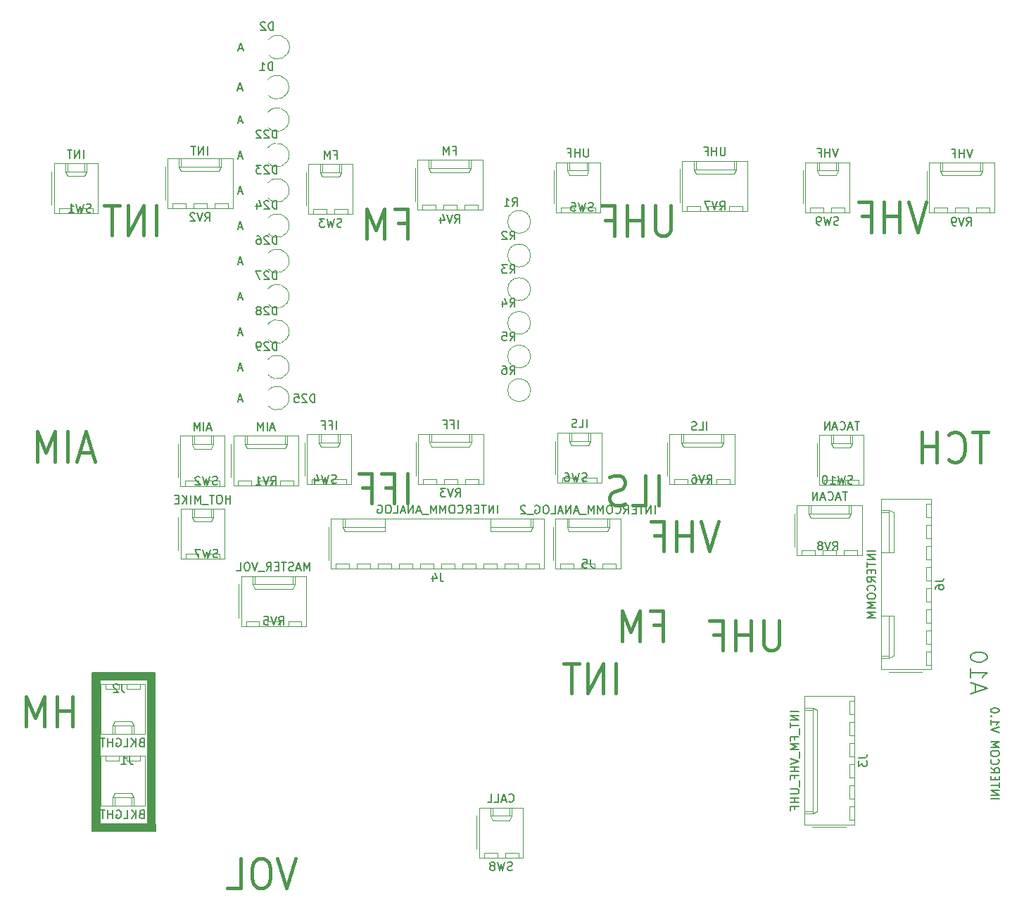
<source format=gbr>
%TF.GenerationSoftware,KiCad,Pcbnew,7.0.9*%
%TF.CreationDate,2023-11-26T15:46:12+10:00*%
%TF.ProjectId,INTERCOMM BACKLIGHT VALIDATION,494e5445-5243-44f4-9d4d-204241434b4c,rev?*%
%TF.SameCoordinates,Original*%
%TF.FileFunction,Legend,Bot*%
%TF.FilePolarity,Positive*%
%FSLAX46Y46*%
G04 Gerber Fmt 4.6, Leading zero omitted, Abs format (unit mm)*
G04 Created by KiCad (PCBNEW 7.0.9) date 2023-11-26 15:46:12*
%MOMM*%
%LPD*%
G01*
G04 APERTURE LIST*
%ADD10C,0.449451*%
%ADD11C,0.150000*%
%ADD12C,0.120000*%
G04 APERTURE END LIST*
D10*
X94423759Y-118920028D02*
X94423759Y-115324413D01*
X94423759Y-117036611D02*
X92574586Y-117036611D01*
X92574586Y-118920028D02*
X92574586Y-115324413D01*
X91033608Y-118920028D02*
X91033608Y-115324413D01*
X91033608Y-115324413D02*
X89954923Y-117892710D01*
X89954923Y-117892710D02*
X88876239Y-115324413D01*
X88876239Y-115324413D02*
X88876239Y-118920028D01*
X134713760Y-92060028D02*
X134713760Y-88464413D01*
X132094097Y-90176611D02*
X133172782Y-90176611D01*
X133172782Y-92060028D02*
X133172782Y-88464413D01*
X133172782Y-88464413D02*
X131631804Y-88464413D01*
X129320337Y-90176611D02*
X130399022Y-90176611D01*
X130399022Y-92060028D02*
X130399022Y-88464413D01*
X130399022Y-88464413D02*
X128858044Y-88464413D01*
X96800150Y-85992710D02*
X95259173Y-85992710D01*
X97108346Y-87020028D02*
X96029662Y-83424413D01*
X96029662Y-83424413D02*
X94950977Y-87020028D01*
X93872293Y-87020028D02*
X93872293Y-83424413D01*
X92331315Y-87020028D02*
X92331315Y-83424413D01*
X92331315Y-83424413D02*
X91252630Y-85992710D01*
X91252630Y-85992710D02*
X90173946Y-83424413D01*
X90173946Y-83424413D02*
X90173946Y-87020028D01*
X121273590Y-134804413D02*
X120194906Y-138400028D01*
X120194906Y-138400028D02*
X119116221Y-134804413D01*
X117421146Y-134804413D02*
X116804755Y-134804413D01*
X116804755Y-134804413D02*
X116496559Y-134975633D01*
X116496559Y-134975633D02*
X116188364Y-135318073D01*
X116188364Y-135318073D02*
X116034266Y-136002952D01*
X116034266Y-136002952D02*
X116034266Y-137201490D01*
X116034266Y-137201490D02*
X116188364Y-137886369D01*
X116188364Y-137886369D02*
X116496559Y-138228809D01*
X116496559Y-138228809D02*
X116804755Y-138400028D01*
X116804755Y-138400028D02*
X117421146Y-138400028D01*
X117421146Y-138400028D02*
X117729341Y-138228809D01*
X117729341Y-138228809D02*
X118037537Y-137886369D01*
X118037537Y-137886369D02*
X118191634Y-137201490D01*
X118191634Y-137201490D02*
X118191634Y-136002952D01*
X118191634Y-136002952D02*
X118037537Y-135318073D01*
X118037537Y-135318073D02*
X117729341Y-134975633D01*
X117729341Y-134975633D02*
X117421146Y-134804413D01*
X113106408Y-138400028D02*
X114647386Y-138400028D01*
X114647386Y-138400028D02*
X114647386Y-134804413D01*
X159831895Y-114920028D02*
X159831895Y-111324413D01*
X158290917Y-114920028D02*
X158290917Y-111324413D01*
X158290917Y-111324413D02*
X156441744Y-114920028D01*
X156441744Y-114920028D02*
X156441744Y-111324413D01*
X155363059Y-111324413D02*
X153513886Y-111324413D01*
X154438472Y-114920028D02*
X154438472Y-111324413D01*
X164378623Y-106716611D02*
X165457308Y-106716611D01*
X165457308Y-108600028D02*
X165457308Y-105004413D01*
X165457308Y-105004413D02*
X163916330Y-105004413D01*
X162683548Y-108600028D02*
X162683548Y-105004413D01*
X162683548Y-105004413D02*
X161604863Y-107572710D01*
X161604863Y-107572710D02*
X160526179Y-105004413D01*
X160526179Y-105004413D02*
X160526179Y-108600028D01*
X179423820Y-106154413D02*
X179423820Y-109065149D01*
X179423820Y-109065149D02*
X179269722Y-109407589D01*
X179269722Y-109407589D02*
X179115624Y-109578809D01*
X179115624Y-109578809D02*
X178807429Y-109750028D01*
X178807429Y-109750028D02*
X178191038Y-109750028D01*
X178191038Y-109750028D02*
X177882842Y-109578809D01*
X177882842Y-109578809D02*
X177728744Y-109407589D01*
X177728744Y-109407589D02*
X177574647Y-109065149D01*
X177574647Y-109065149D02*
X177574647Y-106154413D01*
X176033669Y-109750028D02*
X176033669Y-106154413D01*
X176033669Y-107866611D02*
X174184496Y-107866611D01*
X174184496Y-109750028D02*
X174184496Y-106154413D01*
X171564833Y-107866611D02*
X172643518Y-107866611D01*
X172643518Y-109750028D02*
X172643518Y-106154413D01*
X172643518Y-106154413D02*
X171102540Y-106154413D01*
X172170639Y-94214413D02*
X171091955Y-97810028D01*
X171091955Y-97810028D02*
X170013270Y-94214413D01*
X168934586Y-97810028D02*
X168934586Y-94214413D01*
X168934586Y-95926611D02*
X167085413Y-95926611D01*
X167085413Y-97810028D02*
X167085413Y-94214413D01*
X164465750Y-95926611D02*
X165544435Y-95926611D01*
X165544435Y-97810028D02*
X165544435Y-94214413D01*
X165544435Y-94214413D02*
X164003457Y-94214413D01*
X164930808Y-92340028D02*
X164930808Y-88744413D01*
X161848852Y-92340028D02*
X163389830Y-92340028D01*
X163389830Y-92340028D02*
X163389830Y-88744413D01*
X160924265Y-92168809D02*
X160461972Y-92340028D01*
X160461972Y-92340028D02*
X159691483Y-92340028D01*
X159691483Y-92340028D02*
X159383288Y-92168809D01*
X159383288Y-92168809D02*
X159229190Y-91997589D01*
X159229190Y-91997589D02*
X159075092Y-91655149D01*
X159075092Y-91655149D02*
X159075092Y-91312710D01*
X159075092Y-91312710D02*
X159229190Y-90970270D01*
X159229190Y-90970270D02*
X159383288Y-90799050D01*
X159383288Y-90799050D02*
X159691483Y-90627831D01*
X159691483Y-90627831D02*
X160307874Y-90456611D01*
X160307874Y-90456611D02*
X160616070Y-90285391D01*
X160616070Y-90285391D02*
X160770168Y-90114171D01*
X160770168Y-90114171D02*
X160924265Y-89771732D01*
X160924265Y-89771732D02*
X160924265Y-89429292D01*
X160924265Y-89429292D02*
X160770168Y-89086853D01*
X160770168Y-89086853D02*
X160616070Y-88915633D01*
X160616070Y-88915633D02*
X160307874Y-88744413D01*
X160307874Y-88744413D02*
X159537386Y-88744413D01*
X159537386Y-88744413D02*
X159075092Y-88915633D01*
X204607688Y-83504413D02*
X202758515Y-83504413D01*
X203683101Y-87100028D02*
X203683101Y-83504413D01*
X199830658Y-86757589D02*
X199984755Y-86928809D01*
X199984755Y-86928809D02*
X200447049Y-87100028D01*
X200447049Y-87100028D02*
X200755244Y-87100028D01*
X200755244Y-87100028D02*
X201217537Y-86928809D01*
X201217537Y-86928809D02*
X201525733Y-86586369D01*
X201525733Y-86586369D02*
X201679831Y-86243929D01*
X201679831Y-86243929D02*
X201833928Y-85559050D01*
X201833928Y-85559050D02*
X201833928Y-85045391D01*
X201833928Y-85045391D02*
X201679831Y-84360512D01*
X201679831Y-84360512D02*
X201525733Y-84018073D01*
X201525733Y-84018073D02*
X201217537Y-83675633D01*
X201217537Y-83675633D02*
X200755244Y-83504413D01*
X200755244Y-83504413D02*
X200447049Y-83504413D01*
X200447049Y-83504413D02*
X199984755Y-83675633D01*
X199984755Y-83675633D02*
X199830658Y-83846853D01*
X198443778Y-87100028D02*
X198443778Y-83504413D01*
X198443778Y-85216611D02*
X196594605Y-85216611D01*
X196594605Y-87100028D02*
X196594605Y-83504413D01*
X197160639Y-55814413D02*
X196081955Y-59410028D01*
X196081955Y-59410028D02*
X195003270Y-55814413D01*
X193924586Y-59410028D02*
X193924586Y-55814413D01*
X193924586Y-57526611D02*
X192075413Y-57526611D01*
X192075413Y-59410028D02*
X192075413Y-55814413D01*
X189455750Y-57526611D02*
X190534435Y-57526611D01*
X190534435Y-59410028D02*
X190534435Y-55814413D01*
X190534435Y-55814413D02*
X188993457Y-55814413D01*
X166416542Y-56264413D02*
X166416542Y-59175149D01*
X166416542Y-59175149D02*
X166262444Y-59517589D01*
X166262444Y-59517589D02*
X166108346Y-59688809D01*
X166108346Y-59688809D02*
X165800151Y-59860028D01*
X165800151Y-59860028D02*
X165183760Y-59860028D01*
X165183760Y-59860028D02*
X164875564Y-59688809D01*
X164875564Y-59688809D02*
X164721466Y-59517589D01*
X164721466Y-59517589D02*
X164567369Y-59175149D01*
X164567369Y-59175149D02*
X164567369Y-56264413D01*
X163026391Y-59860028D02*
X163026391Y-56264413D01*
X163026391Y-57976611D02*
X161177218Y-57976611D01*
X161177218Y-59860028D02*
X161177218Y-56264413D01*
X158557555Y-57976611D02*
X159636240Y-57976611D01*
X159636240Y-59860028D02*
X159636240Y-56264413D01*
X159636240Y-56264413D02*
X158095262Y-56264413D01*
X133666879Y-58356611D02*
X134745564Y-58356611D01*
X134745564Y-60240028D02*
X134745564Y-56644413D01*
X134745564Y-56644413D02*
X133204586Y-56644413D01*
X131971804Y-60240028D02*
X131971804Y-56644413D01*
X131971804Y-56644413D02*
X130893119Y-59212710D01*
X130893119Y-59212710D02*
X129814435Y-56644413D01*
X129814435Y-56644413D02*
X129814435Y-60240028D01*
X104537857Y-59830028D02*
X104537857Y-56234413D01*
X102996879Y-59830028D02*
X102996879Y-56234413D01*
X102996879Y-56234413D02*
X101147706Y-59830028D01*
X101147706Y-59830028D02*
X101147706Y-56234413D01*
X100069021Y-56234413D02*
X98219848Y-56234413D01*
X99144434Y-59830028D02*
X99144434Y-56234413D01*
D11*
X97700000Y-131467700D02*
X96840000Y-131467700D01*
X96840000Y-112482300D01*
X97700000Y-112482300D01*
X97700000Y-131467700D01*
G36*
X97700000Y-131467700D02*
G01*
X96840000Y-131467700D01*
X96840000Y-112482300D01*
X97700000Y-112482300D01*
X97700000Y-131467700D01*
G37*
X104380000Y-130645400D02*
X103520000Y-130645400D01*
X103520000Y-113310000D01*
X104380000Y-113310000D01*
X104380000Y-130645400D01*
G36*
X104380000Y-130645400D02*
G01*
X103520000Y-130645400D01*
X103520000Y-113310000D01*
X104380000Y-113310000D01*
X104380000Y-130645400D01*
G37*
X104410000Y-131480000D02*
X97360000Y-131480000D01*
X97360000Y-130620000D01*
X104410000Y-130620000D01*
X104410000Y-131480000D01*
G36*
X104410000Y-131480000D02*
G01*
X97360000Y-131480000D01*
X97360000Y-130620000D01*
X104410000Y-130620000D01*
X104410000Y-131480000D01*
G37*
X104350000Y-113330000D02*
X97360000Y-113330000D01*
X97360000Y-112470000D01*
X104350000Y-112470000D01*
X104350000Y-113330000D01*
G36*
X104350000Y-113330000D02*
G01*
X97360000Y-113330000D01*
X97360000Y-112470000D01*
X104350000Y-112470000D01*
X104350000Y-113330000D01*
G37*
X203043990Y-114760363D02*
X203043990Y-113807982D01*
X202472561Y-114950839D02*
X204472561Y-114284173D01*
X204472561Y-114284173D02*
X202472561Y-113617506D01*
X202472561Y-111903220D02*
X202472561Y-113046077D01*
X202472561Y-112474649D02*
X204472561Y-112474649D01*
X204472561Y-112474649D02*
X204186847Y-112665125D01*
X204186847Y-112665125D02*
X203996371Y-112855601D01*
X203996371Y-112855601D02*
X203901133Y-113046077D01*
X204472561Y-110665125D02*
X204472561Y-110474648D01*
X204472561Y-110474648D02*
X204377323Y-110284172D01*
X204377323Y-110284172D02*
X204282085Y-110188934D01*
X204282085Y-110188934D02*
X204091609Y-110093696D01*
X204091609Y-110093696D02*
X203710657Y-109998458D01*
X203710657Y-109998458D02*
X203234466Y-109998458D01*
X203234466Y-109998458D02*
X202853514Y-110093696D01*
X202853514Y-110093696D02*
X202663038Y-110188934D01*
X202663038Y-110188934D02*
X202567800Y-110284172D01*
X202567800Y-110284172D02*
X202472561Y-110474648D01*
X202472561Y-110474648D02*
X202472561Y-110665125D01*
X202472561Y-110665125D02*
X202567800Y-110855601D01*
X202567800Y-110855601D02*
X202663038Y-110950839D01*
X202663038Y-110950839D02*
X202853514Y-111046077D01*
X202853514Y-111046077D02*
X203234466Y-111141315D01*
X203234466Y-111141315D02*
X203710657Y-111141315D01*
X203710657Y-111141315D02*
X204091609Y-111046077D01*
X204091609Y-111046077D02*
X204282085Y-110950839D01*
X204282085Y-110950839D02*
X204377323Y-110855601D01*
X204377323Y-110855601D02*
X204472561Y-110665125D01*
X204910180Y-127633220D02*
X205910180Y-127633220D01*
X204910180Y-127157030D02*
X205910180Y-127157030D01*
X205910180Y-127157030D02*
X204910180Y-126585602D01*
X204910180Y-126585602D02*
X205910180Y-126585602D01*
X205910180Y-126252268D02*
X205910180Y-125680840D01*
X204910180Y-125966554D02*
X205910180Y-125966554D01*
X205433990Y-125347506D02*
X205433990Y-125014173D01*
X204910180Y-124871316D02*
X204910180Y-125347506D01*
X204910180Y-125347506D02*
X205910180Y-125347506D01*
X205910180Y-125347506D02*
X205910180Y-124871316D01*
X204910180Y-123871316D02*
X205386371Y-124204649D01*
X204910180Y-124442744D02*
X205910180Y-124442744D01*
X205910180Y-124442744D02*
X205910180Y-124061792D01*
X205910180Y-124061792D02*
X205862561Y-123966554D01*
X205862561Y-123966554D02*
X205814942Y-123918935D01*
X205814942Y-123918935D02*
X205719704Y-123871316D01*
X205719704Y-123871316D02*
X205576847Y-123871316D01*
X205576847Y-123871316D02*
X205481609Y-123918935D01*
X205481609Y-123918935D02*
X205433990Y-123966554D01*
X205433990Y-123966554D02*
X205386371Y-124061792D01*
X205386371Y-124061792D02*
X205386371Y-124442744D01*
X205005419Y-122871316D02*
X204957800Y-122918935D01*
X204957800Y-122918935D02*
X204910180Y-123061792D01*
X204910180Y-123061792D02*
X204910180Y-123157030D01*
X204910180Y-123157030D02*
X204957800Y-123299887D01*
X204957800Y-123299887D02*
X205053038Y-123395125D01*
X205053038Y-123395125D02*
X205148276Y-123442744D01*
X205148276Y-123442744D02*
X205338752Y-123490363D01*
X205338752Y-123490363D02*
X205481609Y-123490363D01*
X205481609Y-123490363D02*
X205672085Y-123442744D01*
X205672085Y-123442744D02*
X205767323Y-123395125D01*
X205767323Y-123395125D02*
X205862561Y-123299887D01*
X205862561Y-123299887D02*
X205910180Y-123157030D01*
X205910180Y-123157030D02*
X205910180Y-123061792D01*
X205910180Y-123061792D02*
X205862561Y-122918935D01*
X205862561Y-122918935D02*
X205814942Y-122871316D01*
X205910180Y-122252268D02*
X205910180Y-122061792D01*
X205910180Y-122061792D02*
X205862561Y-121966554D01*
X205862561Y-121966554D02*
X205767323Y-121871316D01*
X205767323Y-121871316D02*
X205576847Y-121823697D01*
X205576847Y-121823697D02*
X205243514Y-121823697D01*
X205243514Y-121823697D02*
X205053038Y-121871316D01*
X205053038Y-121871316D02*
X204957800Y-121966554D01*
X204957800Y-121966554D02*
X204910180Y-122061792D01*
X204910180Y-122061792D02*
X204910180Y-122252268D01*
X204910180Y-122252268D02*
X204957800Y-122347506D01*
X204957800Y-122347506D02*
X205053038Y-122442744D01*
X205053038Y-122442744D02*
X205243514Y-122490363D01*
X205243514Y-122490363D02*
X205576847Y-122490363D01*
X205576847Y-122490363D02*
X205767323Y-122442744D01*
X205767323Y-122442744D02*
X205862561Y-122347506D01*
X205862561Y-122347506D02*
X205910180Y-122252268D01*
X204910180Y-121395125D02*
X205910180Y-121395125D01*
X205910180Y-121395125D02*
X205195895Y-121061792D01*
X205195895Y-121061792D02*
X205910180Y-120728459D01*
X205910180Y-120728459D02*
X204910180Y-120728459D01*
X205910180Y-119633220D02*
X204910180Y-119299887D01*
X204910180Y-119299887D02*
X205910180Y-118966554D01*
X204910180Y-118109411D02*
X204910180Y-118680839D01*
X204910180Y-118395125D02*
X205910180Y-118395125D01*
X205910180Y-118395125D02*
X205767323Y-118490363D01*
X205767323Y-118490363D02*
X205672085Y-118585601D01*
X205672085Y-118585601D02*
X205624466Y-118680839D01*
X205005419Y-117680839D02*
X204957800Y-117633220D01*
X204957800Y-117633220D02*
X204910180Y-117680839D01*
X204910180Y-117680839D02*
X204957800Y-117728458D01*
X204957800Y-117728458D02*
X205005419Y-117680839D01*
X205005419Y-117680839D02*
X204910180Y-117680839D01*
X205910180Y-117014173D02*
X205910180Y-116918935D01*
X205910180Y-116918935D02*
X205862561Y-116823697D01*
X205862561Y-116823697D02*
X205814942Y-116776078D01*
X205814942Y-116776078D02*
X205719704Y-116728459D01*
X205719704Y-116728459D02*
X205529228Y-116680840D01*
X205529228Y-116680840D02*
X205291133Y-116680840D01*
X205291133Y-116680840D02*
X205100657Y-116728459D01*
X205100657Y-116728459D02*
X205005419Y-116776078D01*
X205005419Y-116776078D02*
X204957800Y-116823697D01*
X204957800Y-116823697D02*
X204910180Y-116918935D01*
X204910180Y-116918935D02*
X204910180Y-117014173D01*
X204910180Y-117014173D02*
X204957800Y-117109411D01*
X204957800Y-117109411D02*
X205005419Y-117157030D01*
X205005419Y-117157030D02*
X205100657Y-117204649D01*
X205100657Y-117204649D02*
X205291133Y-117252268D01*
X205291133Y-117252268D02*
X205529228Y-117252268D01*
X205529228Y-117252268D02*
X205719704Y-117204649D01*
X205719704Y-117204649D02*
X205814942Y-117157030D01*
X205814942Y-117157030D02*
X205862561Y-117109411D01*
X205862561Y-117109411D02*
X205910180Y-117014173D01*
X138693333Y-100464819D02*
X138693333Y-101179104D01*
X138693333Y-101179104D02*
X138740952Y-101321961D01*
X138740952Y-101321961D02*
X138836190Y-101417200D01*
X138836190Y-101417200D02*
X138979047Y-101464819D01*
X138979047Y-101464819D02*
X139074285Y-101464819D01*
X137788571Y-100798152D02*
X137788571Y-101464819D01*
X138026666Y-100417200D02*
X138264761Y-101131485D01*
X138264761Y-101131485D02*
X137645714Y-101131485D01*
X145574285Y-93264819D02*
X145574285Y-92264819D01*
X145098095Y-93264819D02*
X145098095Y-92264819D01*
X145098095Y-92264819D02*
X144526667Y-93264819D01*
X144526667Y-93264819D02*
X144526667Y-92264819D01*
X144193333Y-92264819D02*
X143621905Y-92264819D01*
X143907619Y-93264819D02*
X143907619Y-92264819D01*
X143288571Y-92741009D02*
X142955238Y-92741009D01*
X142812381Y-93264819D02*
X143288571Y-93264819D01*
X143288571Y-93264819D02*
X143288571Y-92264819D01*
X143288571Y-92264819D02*
X142812381Y-92264819D01*
X141812381Y-93264819D02*
X142145714Y-92788628D01*
X142383809Y-93264819D02*
X142383809Y-92264819D01*
X142383809Y-92264819D02*
X142002857Y-92264819D01*
X142002857Y-92264819D02*
X141907619Y-92312438D01*
X141907619Y-92312438D02*
X141860000Y-92360057D01*
X141860000Y-92360057D02*
X141812381Y-92455295D01*
X141812381Y-92455295D02*
X141812381Y-92598152D01*
X141812381Y-92598152D02*
X141860000Y-92693390D01*
X141860000Y-92693390D02*
X141907619Y-92741009D01*
X141907619Y-92741009D02*
X142002857Y-92788628D01*
X142002857Y-92788628D02*
X142383809Y-92788628D01*
X140812381Y-93169580D02*
X140860000Y-93217200D01*
X140860000Y-93217200D02*
X141002857Y-93264819D01*
X141002857Y-93264819D02*
X141098095Y-93264819D01*
X141098095Y-93264819D02*
X141240952Y-93217200D01*
X141240952Y-93217200D02*
X141336190Y-93121961D01*
X141336190Y-93121961D02*
X141383809Y-93026723D01*
X141383809Y-93026723D02*
X141431428Y-92836247D01*
X141431428Y-92836247D02*
X141431428Y-92693390D01*
X141431428Y-92693390D02*
X141383809Y-92502914D01*
X141383809Y-92502914D02*
X141336190Y-92407676D01*
X141336190Y-92407676D02*
X141240952Y-92312438D01*
X141240952Y-92312438D02*
X141098095Y-92264819D01*
X141098095Y-92264819D02*
X141002857Y-92264819D01*
X141002857Y-92264819D02*
X140860000Y-92312438D01*
X140860000Y-92312438D02*
X140812381Y-92360057D01*
X140193333Y-92264819D02*
X140002857Y-92264819D01*
X140002857Y-92264819D02*
X139907619Y-92312438D01*
X139907619Y-92312438D02*
X139812381Y-92407676D01*
X139812381Y-92407676D02*
X139764762Y-92598152D01*
X139764762Y-92598152D02*
X139764762Y-92931485D01*
X139764762Y-92931485D02*
X139812381Y-93121961D01*
X139812381Y-93121961D02*
X139907619Y-93217200D01*
X139907619Y-93217200D02*
X140002857Y-93264819D01*
X140002857Y-93264819D02*
X140193333Y-93264819D01*
X140193333Y-93264819D02*
X140288571Y-93217200D01*
X140288571Y-93217200D02*
X140383809Y-93121961D01*
X140383809Y-93121961D02*
X140431428Y-92931485D01*
X140431428Y-92931485D02*
X140431428Y-92598152D01*
X140431428Y-92598152D02*
X140383809Y-92407676D01*
X140383809Y-92407676D02*
X140288571Y-92312438D01*
X140288571Y-92312438D02*
X140193333Y-92264819D01*
X139336190Y-93264819D02*
X139336190Y-92264819D01*
X139336190Y-92264819D02*
X139002857Y-92979104D01*
X139002857Y-92979104D02*
X138669524Y-92264819D01*
X138669524Y-92264819D02*
X138669524Y-93264819D01*
X138193333Y-93264819D02*
X138193333Y-92264819D01*
X138193333Y-92264819D02*
X137860000Y-92979104D01*
X137860000Y-92979104D02*
X137526667Y-92264819D01*
X137526667Y-92264819D02*
X137526667Y-93264819D01*
X137288572Y-93360057D02*
X136526667Y-93360057D01*
X136336190Y-92979104D02*
X135860000Y-92979104D01*
X136431428Y-93264819D02*
X136098095Y-92264819D01*
X136098095Y-92264819D02*
X135764762Y-93264819D01*
X135431428Y-93264819D02*
X135431428Y-92264819D01*
X135431428Y-92264819D02*
X134860000Y-93264819D01*
X134860000Y-93264819D02*
X134860000Y-92264819D01*
X134431428Y-92979104D02*
X133955238Y-92979104D01*
X134526666Y-93264819D02*
X134193333Y-92264819D01*
X134193333Y-92264819D02*
X133860000Y-93264819D01*
X133050476Y-93264819D02*
X133526666Y-93264819D01*
X133526666Y-93264819D02*
X133526666Y-92264819D01*
X132526666Y-92264819D02*
X132336190Y-92264819D01*
X132336190Y-92264819D02*
X132240952Y-92312438D01*
X132240952Y-92312438D02*
X132145714Y-92407676D01*
X132145714Y-92407676D02*
X132098095Y-92598152D01*
X132098095Y-92598152D02*
X132098095Y-92931485D01*
X132098095Y-92931485D02*
X132145714Y-93121961D01*
X132145714Y-93121961D02*
X132240952Y-93217200D01*
X132240952Y-93217200D02*
X132336190Y-93264819D01*
X132336190Y-93264819D02*
X132526666Y-93264819D01*
X132526666Y-93264819D02*
X132621904Y-93217200D01*
X132621904Y-93217200D02*
X132717142Y-93121961D01*
X132717142Y-93121961D02*
X132764761Y-92931485D01*
X132764761Y-92931485D02*
X132764761Y-92598152D01*
X132764761Y-92598152D02*
X132717142Y-92407676D01*
X132717142Y-92407676D02*
X132621904Y-92312438D01*
X132621904Y-92312438D02*
X132526666Y-92264819D01*
X131145714Y-92312438D02*
X131240952Y-92264819D01*
X131240952Y-92264819D02*
X131383809Y-92264819D01*
X131383809Y-92264819D02*
X131526666Y-92312438D01*
X131526666Y-92312438D02*
X131621904Y-92407676D01*
X131621904Y-92407676D02*
X131669523Y-92502914D01*
X131669523Y-92502914D02*
X131717142Y-92693390D01*
X131717142Y-92693390D02*
X131717142Y-92836247D01*
X131717142Y-92836247D02*
X131669523Y-93026723D01*
X131669523Y-93026723D02*
X131621904Y-93121961D01*
X131621904Y-93121961D02*
X131526666Y-93217200D01*
X131526666Y-93217200D02*
X131383809Y-93264819D01*
X131383809Y-93264819D02*
X131288571Y-93264819D01*
X131288571Y-93264819D02*
X131145714Y-93217200D01*
X131145714Y-93217200D02*
X131098095Y-93169580D01*
X131098095Y-93169580D02*
X131098095Y-92836247D01*
X131098095Y-92836247D02*
X131288571Y-92836247D01*
X202005238Y-58664819D02*
X202338571Y-58188628D01*
X202576666Y-58664819D02*
X202576666Y-57664819D01*
X202576666Y-57664819D02*
X202195714Y-57664819D01*
X202195714Y-57664819D02*
X202100476Y-57712438D01*
X202100476Y-57712438D02*
X202052857Y-57760057D01*
X202052857Y-57760057D02*
X202005238Y-57855295D01*
X202005238Y-57855295D02*
X202005238Y-57998152D01*
X202005238Y-57998152D02*
X202052857Y-58093390D01*
X202052857Y-58093390D02*
X202100476Y-58141009D01*
X202100476Y-58141009D02*
X202195714Y-58188628D01*
X202195714Y-58188628D02*
X202576666Y-58188628D01*
X201719523Y-57664819D02*
X201386190Y-58664819D01*
X201386190Y-58664819D02*
X201052857Y-57664819D01*
X200671904Y-58664819D02*
X200481428Y-58664819D01*
X200481428Y-58664819D02*
X200386190Y-58617200D01*
X200386190Y-58617200D02*
X200338571Y-58569580D01*
X200338571Y-58569580D02*
X200243333Y-58426723D01*
X200243333Y-58426723D02*
X200195714Y-58236247D01*
X200195714Y-58236247D02*
X200195714Y-57855295D01*
X200195714Y-57855295D02*
X200243333Y-57760057D01*
X200243333Y-57760057D02*
X200290952Y-57712438D01*
X200290952Y-57712438D02*
X200386190Y-57664819D01*
X200386190Y-57664819D02*
X200576666Y-57664819D01*
X200576666Y-57664819D02*
X200671904Y-57712438D01*
X200671904Y-57712438D02*
X200719523Y-57760057D01*
X200719523Y-57760057D02*
X200767142Y-57855295D01*
X200767142Y-57855295D02*
X200767142Y-58093390D01*
X200767142Y-58093390D02*
X200719523Y-58188628D01*
X200719523Y-58188628D02*
X200671904Y-58236247D01*
X200671904Y-58236247D02*
X200576666Y-58283866D01*
X200576666Y-58283866D02*
X200386190Y-58283866D01*
X200386190Y-58283866D02*
X200290952Y-58236247D01*
X200290952Y-58236247D02*
X200243333Y-58188628D01*
X200243333Y-58188628D02*
X200195714Y-58093390D01*
X202695713Y-49464819D02*
X202362380Y-50464819D01*
X202362380Y-50464819D02*
X202029047Y-49464819D01*
X201695713Y-50464819D02*
X201695713Y-49464819D01*
X201695713Y-49941009D02*
X201124285Y-49941009D01*
X201124285Y-50464819D02*
X201124285Y-49464819D01*
X200314761Y-49941009D02*
X200648094Y-49941009D01*
X200648094Y-50464819D02*
X200648094Y-49464819D01*
X200648094Y-49464819D02*
X200171904Y-49464819D01*
X185905238Y-97664819D02*
X186238571Y-97188628D01*
X186476666Y-97664819D02*
X186476666Y-96664819D01*
X186476666Y-96664819D02*
X186095714Y-96664819D01*
X186095714Y-96664819D02*
X186000476Y-96712438D01*
X186000476Y-96712438D02*
X185952857Y-96760057D01*
X185952857Y-96760057D02*
X185905238Y-96855295D01*
X185905238Y-96855295D02*
X185905238Y-96998152D01*
X185905238Y-96998152D02*
X185952857Y-97093390D01*
X185952857Y-97093390D02*
X186000476Y-97141009D01*
X186000476Y-97141009D02*
X186095714Y-97188628D01*
X186095714Y-97188628D02*
X186476666Y-97188628D01*
X185619523Y-96664819D02*
X185286190Y-97664819D01*
X185286190Y-97664819D02*
X184952857Y-96664819D01*
X184476666Y-97093390D02*
X184571904Y-97045771D01*
X184571904Y-97045771D02*
X184619523Y-96998152D01*
X184619523Y-96998152D02*
X184667142Y-96902914D01*
X184667142Y-96902914D02*
X184667142Y-96855295D01*
X184667142Y-96855295D02*
X184619523Y-96760057D01*
X184619523Y-96760057D02*
X184571904Y-96712438D01*
X184571904Y-96712438D02*
X184476666Y-96664819D01*
X184476666Y-96664819D02*
X184286190Y-96664819D01*
X184286190Y-96664819D02*
X184190952Y-96712438D01*
X184190952Y-96712438D02*
X184143333Y-96760057D01*
X184143333Y-96760057D02*
X184095714Y-96855295D01*
X184095714Y-96855295D02*
X184095714Y-96902914D01*
X184095714Y-96902914D02*
X184143333Y-96998152D01*
X184143333Y-96998152D02*
X184190952Y-97045771D01*
X184190952Y-97045771D02*
X184286190Y-97093390D01*
X184286190Y-97093390D02*
X184476666Y-97093390D01*
X184476666Y-97093390D02*
X184571904Y-97141009D01*
X184571904Y-97141009D02*
X184619523Y-97188628D01*
X184619523Y-97188628D02*
X184667142Y-97283866D01*
X184667142Y-97283866D02*
X184667142Y-97474342D01*
X184667142Y-97474342D02*
X184619523Y-97569580D01*
X184619523Y-97569580D02*
X184571904Y-97617200D01*
X184571904Y-97617200D02*
X184476666Y-97664819D01*
X184476666Y-97664819D02*
X184286190Y-97664819D01*
X184286190Y-97664819D02*
X184190952Y-97617200D01*
X184190952Y-97617200D02*
X184143333Y-97569580D01*
X184143333Y-97569580D02*
X184095714Y-97474342D01*
X184095714Y-97474342D02*
X184095714Y-97283866D01*
X184095714Y-97283866D02*
X184143333Y-97188628D01*
X184143333Y-97188628D02*
X184190952Y-97141009D01*
X184190952Y-97141009D02*
X184286190Y-97093390D01*
X187676666Y-90684819D02*
X187105238Y-90684819D01*
X187390952Y-91684819D02*
X187390952Y-90684819D01*
X186819523Y-91399104D02*
X186343333Y-91399104D01*
X186914761Y-91684819D02*
X186581428Y-90684819D01*
X186581428Y-90684819D02*
X186248095Y-91684819D01*
X185343333Y-91589580D02*
X185390952Y-91637200D01*
X185390952Y-91637200D02*
X185533809Y-91684819D01*
X185533809Y-91684819D02*
X185629047Y-91684819D01*
X185629047Y-91684819D02*
X185771904Y-91637200D01*
X185771904Y-91637200D02*
X185867142Y-91541961D01*
X185867142Y-91541961D02*
X185914761Y-91446723D01*
X185914761Y-91446723D02*
X185962380Y-91256247D01*
X185962380Y-91256247D02*
X185962380Y-91113390D01*
X185962380Y-91113390D02*
X185914761Y-90922914D01*
X185914761Y-90922914D02*
X185867142Y-90827676D01*
X185867142Y-90827676D02*
X185771904Y-90732438D01*
X185771904Y-90732438D02*
X185629047Y-90684819D01*
X185629047Y-90684819D02*
X185533809Y-90684819D01*
X185533809Y-90684819D02*
X185390952Y-90732438D01*
X185390952Y-90732438D02*
X185343333Y-90780057D01*
X184962380Y-91399104D02*
X184486190Y-91399104D01*
X185057618Y-91684819D02*
X184724285Y-90684819D01*
X184724285Y-90684819D02*
X184390952Y-91684819D01*
X184057618Y-91684819D02*
X184057618Y-90684819D01*
X184057618Y-90684819D02*
X183486190Y-91684819D01*
X183486190Y-91684819D02*
X183486190Y-90684819D01*
X172315238Y-56754819D02*
X172648571Y-56278628D01*
X172886666Y-56754819D02*
X172886666Y-55754819D01*
X172886666Y-55754819D02*
X172505714Y-55754819D01*
X172505714Y-55754819D02*
X172410476Y-55802438D01*
X172410476Y-55802438D02*
X172362857Y-55850057D01*
X172362857Y-55850057D02*
X172315238Y-55945295D01*
X172315238Y-55945295D02*
X172315238Y-56088152D01*
X172315238Y-56088152D02*
X172362857Y-56183390D01*
X172362857Y-56183390D02*
X172410476Y-56231009D01*
X172410476Y-56231009D02*
X172505714Y-56278628D01*
X172505714Y-56278628D02*
X172886666Y-56278628D01*
X172029523Y-55754819D02*
X171696190Y-56754819D01*
X171696190Y-56754819D02*
X171362857Y-55754819D01*
X171124761Y-55754819D02*
X170458095Y-55754819D01*
X170458095Y-55754819D02*
X170886666Y-56754819D01*
X172958094Y-49244819D02*
X172958094Y-50054342D01*
X172958094Y-50054342D02*
X172910475Y-50149580D01*
X172910475Y-50149580D02*
X172862856Y-50197200D01*
X172862856Y-50197200D02*
X172767618Y-50244819D01*
X172767618Y-50244819D02*
X172577142Y-50244819D01*
X172577142Y-50244819D02*
X172481904Y-50197200D01*
X172481904Y-50197200D02*
X172434285Y-50149580D01*
X172434285Y-50149580D02*
X172386666Y-50054342D01*
X172386666Y-50054342D02*
X172386666Y-49244819D01*
X171910475Y-50244819D02*
X171910475Y-49244819D01*
X171910475Y-49721009D02*
X171339047Y-49721009D01*
X171339047Y-50244819D02*
X171339047Y-49244819D01*
X170529523Y-49721009D02*
X170862856Y-49721009D01*
X170862856Y-50244819D02*
X170862856Y-49244819D01*
X170862856Y-49244819D02*
X170386666Y-49244819D01*
X170775238Y-89644819D02*
X171108571Y-89168628D01*
X171346666Y-89644819D02*
X171346666Y-88644819D01*
X171346666Y-88644819D02*
X170965714Y-88644819D01*
X170965714Y-88644819D02*
X170870476Y-88692438D01*
X170870476Y-88692438D02*
X170822857Y-88740057D01*
X170822857Y-88740057D02*
X170775238Y-88835295D01*
X170775238Y-88835295D02*
X170775238Y-88978152D01*
X170775238Y-88978152D02*
X170822857Y-89073390D01*
X170822857Y-89073390D02*
X170870476Y-89121009D01*
X170870476Y-89121009D02*
X170965714Y-89168628D01*
X170965714Y-89168628D02*
X171346666Y-89168628D01*
X170489523Y-88644819D02*
X170156190Y-89644819D01*
X170156190Y-89644819D02*
X169822857Y-88644819D01*
X169060952Y-88644819D02*
X169251428Y-88644819D01*
X169251428Y-88644819D02*
X169346666Y-88692438D01*
X169346666Y-88692438D02*
X169394285Y-88740057D01*
X169394285Y-88740057D02*
X169489523Y-88882914D01*
X169489523Y-88882914D02*
X169537142Y-89073390D01*
X169537142Y-89073390D02*
X169537142Y-89454342D01*
X169537142Y-89454342D02*
X169489523Y-89549580D01*
X169489523Y-89549580D02*
X169441904Y-89597200D01*
X169441904Y-89597200D02*
X169346666Y-89644819D01*
X169346666Y-89644819D02*
X169156190Y-89644819D01*
X169156190Y-89644819D02*
X169060952Y-89597200D01*
X169060952Y-89597200D02*
X169013333Y-89549580D01*
X169013333Y-89549580D02*
X168965714Y-89454342D01*
X168965714Y-89454342D02*
X168965714Y-89216247D01*
X168965714Y-89216247D02*
X169013333Y-89121009D01*
X169013333Y-89121009D02*
X169060952Y-89073390D01*
X169060952Y-89073390D02*
X169156190Y-89025771D01*
X169156190Y-89025771D02*
X169346666Y-89025771D01*
X169346666Y-89025771D02*
X169441904Y-89073390D01*
X169441904Y-89073390D02*
X169489523Y-89121009D01*
X169489523Y-89121009D02*
X169537142Y-89216247D01*
X170740951Y-83264819D02*
X170740951Y-82264819D01*
X169788571Y-83264819D02*
X170264761Y-83264819D01*
X170264761Y-83264819D02*
X170264761Y-82264819D01*
X169502856Y-83217200D02*
X169359999Y-83264819D01*
X169359999Y-83264819D02*
X169121904Y-83264819D01*
X169121904Y-83264819D02*
X169026666Y-83217200D01*
X169026666Y-83217200D02*
X168979047Y-83169580D01*
X168979047Y-83169580D02*
X168931428Y-83074342D01*
X168931428Y-83074342D02*
X168931428Y-82979104D01*
X168931428Y-82979104D02*
X168979047Y-82883866D01*
X168979047Y-82883866D02*
X169026666Y-82836247D01*
X169026666Y-82836247D02*
X169121904Y-82788628D01*
X169121904Y-82788628D02*
X169312380Y-82741009D01*
X169312380Y-82741009D02*
X169407618Y-82693390D01*
X169407618Y-82693390D02*
X169455237Y-82645771D01*
X169455237Y-82645771D02*
X169502856Y-82550533D01*
X169502856Y-82550533D02*
X169502856Y-82455295D01*
X169502856Y-82455295D02*
X169455237Y-82360057D01*
X169455237Y-82360057D02*
X169407618Y-82312438D01*
X169407618Y-82312438D02*
X169312380Y-82264819D01*
X169312380Y-82264819D02*
X169074285Y-82264819D01*
X169074285Y-82264819D02*
X168931428Y-82312438D01*
X119245238Y-106694819D02*
X119578571Y-106218628D01*
X119816666Y-106694819D02*
X119816666Y-105694819D01*
X119816666Y-105694819D02*
X119435714Y-105694819D01*
X119435714Y-105694819D02*
X119340476Y-105742438D01*
X119340476Y-105742438D02*
X119292857Y-105790057D01*
X119292857Y-105790057D02*
X119245238Y-105885295D01*
X119245238Y-105885295D02*
X119245238Y-106028152D01*
X119245238Y-106028152D02*
X119292857Y-106123390D01*
X119292857Y-106123390D02*
X119340476Y-106171009D01*
X119340476Y-106171009D02*
X119435714Y-106218628D01*
X119435714Y-106218628D02*
X119816666Y-106218628D01*
X118959523Y-105694819D02*
X118626190Y-106694819D01*
X118626190Y-106694819D02*
X118292857Y-105694819D01*
X117483333Y-105694819D02*
X117959523Y-105694819D01*
X117959523Y-105694819D02*
X118007142Y-106171009D01*
X118007142Y-106171009D02*
X117959523Y-106123390D01*
X117959523Y-106123390D02*
X117864285Y-106075771D01*
X117864285Y-106075771D02*
X117626190Y-106075771D01*
X117626190Y-106075771D02*
X117530952Y-106123390D01*
X117530952Y-106123390D02*
X117483333Y-106171009D01*
X117483333Y-106171009D02*
X117435714Y-106266247D01*
X117435714Y-106266247D02*
X117435714Y-106504342D01*
X117435714Y-106504342D02*
X117483333Y-106599580D01*
X117483333Y-106599580D02*
X117530952Y-106647200D01*
X117530952Y-106647200D02*
X117626190Y-106694819D01*
X117626190Y-106694819D02*
X117864285Y-106694819D01*
X117864285Y-106694819D02*
X117959523Y-106647200D01*
X117959523Y-106647200D02*
X118007142Y-106599580D01*
X122959523Y-100184819D02*
X122959523Y-99184819D01*
X122959523Y-99184819D02*
X122626190Y-99899104D01*
X122626190Y-99899104D02*
X122292857Y-99184819D01*
X122292857Y-99184819D02*
X122292857Y-100184819D01*
X121864285Y-99899104D02*
X121388095Y-99899104D01*
X121959523Y-100184819D02*
X121626190Y-99184819D01*
X121626190Y-99184819D02*
X121292857Y-100184819D01*
X121007142Y-100137200D02*
X120864285Y-100184819D01*
X120864285Y-100184819D02*
X120626190Y-100184819D01*
X120626190Y-100184819D02*
X120530952Y-100137200D01*
X120530952Y-100137200D02*
X120483333Y-100089580D01*
X120483333Y-100089580D02*
X120435714Y-99994342D01*
X120435714Y-99994342D02*
X120435714Y-99899104D01*
X120435714Y-99899104D02*
X120483333Y-99803866D01*
X120483333Y-99803866D02*
X120530952Y-99756247D01*
X120530952Y-99756247D02*
X120626190Y-99708628D01*
X120626190Y-99708628D02*
X120816666Y-99661009D01*
X120816666Y-99661009D02*
X120911904Y-99613390D01*
X120911904Y-99613390D02*
X120959523Y-99565771D01*
X120959523Y-99565771D02*
X121007142Y-99470533D01*
X121007142Y-99470533D02*
X121007142Y-99375295D01*
X121007142Y-99375295D02*
X120959523Y-99280057D01*
X120959523Y-99280057D02*
X120911904Y-99232438D01*
X120911904Y-99232438D02*
X120816666Y-99184819D01*
X120816666Y-99184819D02*
X120578571Y-99184819D01*
X120578571Y-99184819D02*
X120435714Y-99232438D01*
X120149999Y-99184819D02*
X119578571Y-99184819D01*
X119864285Y-100184819D02*
X119864285Y-99184819D01*
X119245237Y-99661009D02*
X118911904Y-99661009D01*
X118769047Y-100184819D02*
X119245237Y-100184819D01*
X119245237Y-100184819D02*
X119245237Y-99184819D01*
X119245237Y-99184819D02*
X118769047Y-99184819D01*
X117769047Y-100184819D02*
X118102380Y-99708628D01*
X118340475Y-100184819D02*
X118340475Y-99184819D01*
X118340475Y-99184819D02*
X117959523Y-99184819D01*
X117959523Y-99184819D02*
X117864285Y-99232438D01*
X117864285Y-99232438D02*
X117816666Y-99280057D01*
X117816666Y-99280057D02*
X117769047Y-99375295D01*
X117769047Y-99375295D02*
X117769047Y-99518152D01*
X117769047Y-99518152D02*
X117816666Y-99613390D01*
X117816666Y-99613390D02*
X117864285Y-99661009D01*
X117864285Y-99661009D02*
X117959523Y-99708628D01*
X117959523Y-99708628D02*
X118340475Y-99708628D01*
X117578571Y-100280057D02*
X116816666Y-100280057D01*
X116721427Y-99184819D02*
X116388094Y-100184819D01*
X116388094Y-100184819D02*
X116054761Y-99184819D01*
X115530951Y-99184819D02*
X115340475Y-99184819D01*
X115340475Y-99184819D02*
X115245237Y-99232438D01*
X115245237Y-99232438D02*
X115149999Y-99327676D01*
X115149999Y-99327676D02*
X115102380Y-99518152D01*
X115102380Y-99518152D02*
X115102380Y-99851485D01*
X115102380Y-99851485D02*
X115149999Y-100041961D01*
X115149999Y-100041961D02*
X115245237Y-100137200D01*
X115245237Y-100137200D02*
X115340475Y-100184819D01*
X115340475Y-100184819D02*
X115530951Y-100184819D01*
X115530951Y-100184819D02*
X115626189Y-100137200D01*
X115626189Y-100137200D02*
X115721427Y-100041961D01*
X115721427Y-100041961D02*
X115769046Y-99851485D01*
X115769046Y-99851485D02*
X115769046Y-99518152D01*
X115769046Y-99518152D02*
X115721427Y-99327676D01*
X115721427Y-99327676D02*
X115626189Y-99232438D01*
X115626189Y-99232438D02*
X115530951Y-99184819D01*
X114197618Y-100184819D02*
X114673808Y-100184819D01*
X114673808Y-100184819D02*
X114673808Y-99184819D01*
X140435238Y-58324819D02*
X140768571Y-57848628D01*
X141006666Y-58324819D02*
X141006666Y-57324819D01*
X141006666Y-57324819D02*
X140625714Y-57324819D01*
X140625714Y-57324819D02*
X140530476Y-57372438D01*
X140530476Y-57372438D02*
X140482857Y-57420057D01*
X140482857Y-57420057D02*
X140435238Y-57515295D01*
X140435238Y-57515295D02*
X140435238Y-57658152D01*
X140435238Y-57658152D02*
X140482857Y-57753390D01*
X140482857Y-57753390D02*
X140530476Y-57801009D01*
X140530476Y-57801009D02*
X140625714Y-57848628D01*
X140625714Y-57848628D02*
X141006666Y-57848628D01*
X140149523Y-57324819D02*
X139816190Y-58324819D01*
X139816190Y-58324819D02*
X139482857Y-57324819D01*
X138720952Y-57658152D02*
X138720952Y-58324819D01*
X138959047Y-57277200D02*
X139197142Y-57991485D01*
X139197142Y-57991485D02*
X138578095Y-57991485D01*
X140268571Y-49601009D02*
X140601904Y-49601009D01*
X140601904Y-50124819D02*
X140601904Y-49124819D01*
X140601904Y-49124819D02*
X140125714Y-49124819D01*
X139744761Y-50124819D02*
X139744761Y-49124819D01*
X139744761Y-49124819D02*
X139411428Y-49839104D01*
X139411428Y-49839104D02*
X139078095Y-49124819D01*
X139078095Y-49124819D02*
X139078095Y-50124819D01*
X140535238Y-91284819D02*
X140868571Y-90808628D01*
X141106666Y-91284819D02*
X141106666Y-90284819D01*
X141106666Y-90284819D02*
X140725714Y-90284819D01*
X140725714Y-90284819D02*
X140630476Y-90332438D01*
X140630476Y-90332438D02*
X140582857Y-90380057D01*
X140582857Y-90380057D02*
X140535238Y-90475295D01*
X140535238Y-90475295D02*
X140535238Y-90618152D01*
X140535238Y-90618152D02*
X140582857Y-90713390D01*
X140582857Y-90713390D02*
X140630476Y-90761009D01*
X140630476Y-90761009D02*
X140725714Y-90808628D01*
X140725714Y-90808628D02*
X141106666Y-90808628D01*
X140249523Y-90284819D02*
X139916190Y-91284819D01*
X139916190Y-91284819D02*
X139582857Y-90284819D01*
X139344761Y-90284819D02*
X138725714Y-90284819D01*
X138725714Y-90284819D02*
X139059047Y-90665771D01*
X139059047Y-90665771D02*
X138916190Y-90665771D01*
X138916190Y-90665771D02*
X138820952Y-90713390D01*
X138820952Y-90713390D02*
X138773333Y-90761009D01*
X138773333Y-90761009D02*
X138725714Y-90856247D01*
X138725714Y-90856247D02*
X138725714Y-91094342D01*
X138725714Y-91094342D02*
X138773333Y-91189580D01*
X138773333Y-91189580D02*
X138820952Y-91237200D01*
X138820952Y-91237200D02*
X138916190Y-91284819D01*
X138916190Y-91284819D02*
X139201904Y-91284819D01*
X139201904Y-91284819D02*
X139297142Y-91237200D01*
X139297142Y-91237200D02*
X139344761Y-91189580D01*
X140797142Y-83084819D02*
X140797142Y-82084819D01*
X139987619Y-82561009D02*
X140320952Y-82561009D01*
X140320952Y-83084819D02*
X140320952Y-82084819D01*
X140320952Y-82084819D02*
X139844762Y-82084819D01*
X139130476Y-82561009D02*
X139463809Y-82561009D01*
X139463809Y-83084819D02*
X139463809Y-82084819D01*
X139463809Y-82084819D02*
X138987619Y-82084819D01*
X110385238Y-58114819D02*
X110718571Y-57638628D01*
X110956666Y-58114819D02*
X110956666Y-57114819D01*
X110956666Y-57114819D02*
X110575714Y-57114819D01*
X110575714Y-57114819D02*
X110480476Y-57162438D01*
X110480476Y-57162438D02*
X110432857Y-57210057D01*
X110432857Y-57210057D02*
X110385238Y-57305295D01*
X110385238Y-57305295D02*
X110385238Y-57448152D01*
X110385238Y-57448152D02*
X110432857Y-57543390D01*
X110432857Y-57543390D02*
X110480476Y-57591009D01*
X110480476Y-57591009D02*
X110575714Y-57638628D01*
X110575714Y-57638628D02*
X110956666Y-57638628D01*
X110099523Y-57114819D02*
X109766190Y-58114819D01*
X109766190Y-58114819D02*
X109432857Y-57114819D01*
X109147142Y-57210057D02*
X109099523Y-57162438D01*
X109099523Y-57162438D02*
X109004285Y-57114819D01*
X109004285Y-57114819D02*
X108766190Y-57114819D01*
X108766190Y-57114819D02*
X108670952Y-57162438D01*
X108670952Y-57162438D02*
X108623333Y-57210057D01*
X108623333Y-57210057D02*
X108575714Y-57305295D01*
X108575714Y-57305295D02*
X108575714Y-57400533D01*
X108575714Y-57400533D02*
X108623333Y-57543390D01*
X108623333Y-57543390D02*
X109194761Y-58114819D01*
X109194761Y-58114819D02*
X108575714Y-58114819D01*
X110654761Y-50134819D02*
X110654761Y-49134819D01*
X110178571Y-50134819D02*
X110178571Y-49134819D01*
X110178571Y-49134819D02*
X109607143Y-50134819D01*
X109607143Y-50134819D02*
X109607143Y-49134819D01*
X109273809Y-49134819D02*
X108702381Y-49134819D01*
X108988095Y-50134819D02*
X108988095Y-49134819D01*
X156793333Y-98814819D02*
X156793333Y-99529104D01*
X156793333Y-99529104D02*
X156840952Y-99671961D01*
X156840952Y-99671961D02*
X156936190Y-99767200D01*
X156936190Y-99767200D02*
X157079047Y-99814819D01*
X157079047Y-99814819D02*
X157174285Y-99814819D01*
X155840952Y-98814819D02*
X156317142Y-98814819D01*
X156317142Y-98814819D02*
X156364761Y-99291009D01*
X156364761Y-99291009D02*
X156317142Y-99243390D01*
X156317142Y-99243390D02*
X156221904Y-99195771D01*
X156221904Y-99195771D02*
X155983809Y-99195771D01*
X155983809Y-99195771D02*
X155888571Y-99243390D01*
X155888571Y-99243390D02*
X155840952Y-99291009D01*
X155840952Y-99291009D02*
X155793333Y-99386247D01*
X155793333Y-99386247D02*
X155793333Y-99624342D01*
X155793333Y-99624342D02*
X155840952Y-99719580D01*
X155840952Y-99719580D02*
X155888571Y-99767200D01*
X155888571Y-99767200D02*
X155983809Y-99814819D01*
X155983809Y-99814819D02*
X156221904Y-99814819D01*
X156221904Y-99814819D02*
X156317142Y-99767200D01*
X156317142Y-99767200D02*
X156364761Y-99719580D01*
X164531428Y-93304819D02*
X164531428Y-92304819D01*
X164055238Y-93304819D02*
X164055238Y-92304819D01*
X164055238Y-92304819D02*
X163483810Y-93304819D01*
X163483810Y-93304819D02*
X163483810Y-92304819D01*
X163150476Y-92304819D02*
X162579048Y-92304819D01*
X162864762Y-93304819D02*
X162864762Y-92304819D01*
X162245714Y-92781009D02*
X161912381Y-92781009D01*
X161769524Y-93304819D02*
X162245714Y-93304819D01*
X162245714Y-93304819D02*
X162245714Y-92304819D01*
X162245714Y-92304819D02*
X161769524Y-92304819D01*
X160769524Y-93304819D02*
X161102857Y-92828628D01*
X161340952Y-93304819D02*
X161340952Y-92304819D01*
X161340952Y-92304819D02*
X160960000Y-92304819D01*
X160960000Y-92304819D02*
X160864762Y-92352438D01*
X160864762Y-92352438D02*
X160817143Y-92400057D01*
X160817143Y-92400057D02*
X160769524Y-92495295D01*
X160769524Y-92495295D02*
X160769524Y-92638152D01*
X160769524Y-92638152D02*
X160817143Y-92733390D01*
X160817143Y-92733390D02*
X160864762Y-92781009D01*
X160864762Y-92781009D02*
X160960000Y-92828628D01*
X160960000Y-92828628D02*
X161340952Y-92828628D01*
X159769524Y-93209580D02*
X159817143Y-93257200D01*
X159817143Y-93257200D02*
X159960000Y-93304819D01*
X159960000Y-93304819D02*
X160055238Y-93304819D01*
X160055238Y-93304819D02*
X160198095Y-93257200D01*
X160198095Y-93257200D02*
X160293333Y-93161961D01*
X160293333Y-93161961D02*
X160340952Y-93066723D01*
X160340952Y-93066723D02*
X160388571Y-92876247D01*
X160388571Y-92876247D02*
X160388571Y-92733390D01*
X160388571Y-92733390D02*
X160340952Y-92542914D01*
X160340952Y-92542914D02*
X160293333Y-92447676D01*
X160293333Y-92447676D02*
X160198095Y-92352438D01*
X160198095Y-92352438D02*
X160055238Y-92304819D01*
X160055238Y-92304819D02*
X159960000Y-92304819D01*
X159960000Y-92304819D02*
X159817143Y-92352438D01*
X159817143Y-92352438D02*
X159769524Y-92400057D01*
X159150476Y-92304819D02*
X158960000Y-92304819D01*
X158960000Y-92304819D02*
X158864762Y-92352438D01*
X158864762Y-92352438D02*
X158769524Y-92447676D01*
X158769524Y-92447676D02*
X158721905Y-92638152D01*
X158721905Y-92638152D02*
X158721905Y-92971485D01*
X158721905Y-92971485D02*
X158769524Y-93161961D01*
X158769524Y-93161961D02*
X158864762Y-93257200D01*
X158864762Y-93257200D02*
X158960000Y-93304819D01*
X158960000Y-93304819D02*
X159150476Y-93304819D01*
X159150476Y-93304819D02*
X159245714Y-93257200D01*
X159245714Y-93257200D02*
X159340952Y-93161961D01*
X159340952Y-93161961D02*
X159388571Y-92971485D01*
X159388571Y-92971485D02*
X159388571Y-92638152D01*
X159388571Y-92638152D02*
X159340952Y-92447676D01*
X159340952Y-92447676D02*
X159245714Y-92352438D01*
X159245714Y-92352438D02*
X159150476Y-92304819D01*
X158293333Y-93304819D02*
X158293333Y-92304819D01*
X158293333Y-92304819D02*
X157960000Y-93019104D01*
X157960000Y-93019104D02*
X157626667Y-92304819D01*
X157626667Y-92304819D02*
X157626667Y-93304819D01*
X157150476Y-93304819D02*
X157150476Y-92304819D01*
X157150476Y-92304819D02*
X156817143Y-93019104D01*
X156817143Y-93019104D02*
X156483810Y-92304819D01*
X156483810Y-92304819D02*
X156483810Y-93304819D01*
X156245715Y-93400057D02*
X155483810Y-93400057D01*
X155293333Y-93019104D02*
X154817143Y-93019104D01*
X155388571Y-93304819D02*
X155055238Y-92304819D01*
X155055238Y-92304819D02*
X154721905Y-93304819D01*
X154388571Y-93304819D02*
X154388571Y-92304819D01*
X154388571Y-92304819D02*
X153817143Y-93304819D01*
X153817143Y-93304819D02*
X153817143Y-92304819D01*
X153388571Y-93019104D02*
X152912381Y-93019104D01*
X153483809Y-93304819D02*
X153150476Y-92304819D01*
X153150476Y-92304819D02*
X152817143Y-93304819D01*
X152007619Y-93304819D02*
X152483809Y-93304819D01*
X152483809Y-93304819D02*
X152483809Y-92304819D01*
X151483809Y-92304819D02*
X151293333Y-92304819D01*
X151293333Y-92304819D02*
X151198095Y-92352438D01*
X151198095Y-92352438D02*
X151102857Y-92447676D01*
X151102857Y-92447676D02*
X151055238Y-92638152D01*
X151055238Y-92638152D02*
X151055238Y-92971485D01*
X151055238Y-92971485D02*
X151102857Y-93161961D01*
X151102857Y-93161961D02*
X151198095Y-93257200D01*
X151198095Y-93257200D02*
X151293333Y-93304819D01*
X151293333Y-93304819D02*
X151483809Y-93304819D01*
X151483809Y-93304819D02*
X151579047Y-93257200D01*
X151579047Y-93257200D02*
X151674285Y-93161961D01*
X151674285Y-93161961D02*
X151721904Y-92971485D01*
X151721904Y-92971485D02*
X151721904Y-92638152D01*
X151721904Y-92638152D02*
X151674285Y-92447676D01*
X151674285Y-92447676D02*
X151579047Y-92352438D01*
X151579047Y-92352438D02*
X151483809Y-92304819D01*
X150102857Y-92352438D02*
X150198095Y-92304819D01*
X150198095Y-92304819D02*
X150340952Y-92304819D01*
X150340952Y-92304819D02*
X150483809Y-92352438D01*
X150483809Y-92352438D02*
X150579047Y-92447676D01*
X150579047Y-92447676D02*
X150626666Y-92542914D01*
X150626666Y-92542914D02*
X150674285Y-92733390D01*
X150674285Y-92733390D02*
X150674285Y-92876247D01*
X150674285Y-92876247D02*
X150626666Y-93066723D01*
X150626666Y-93066723D02*
X150579047Y-93161961D01*
X150579047Y-93161961D02*
X150483809Y-93257200D01*
X150483809Y-93257200D02*
X150340952Y-93304819D01*
X150340952Y-93304819D02*
X150245714Y-93304819D01*
X150245714Y-93304819D02*
X150102857Y-93257200D01*
X150102857Y-93257200D02*
X150055238Y-93209580D01*
X150055238Y-93209580D02*
X150055238Y-92876247D01*
X150055238Y-92876247D02*
X150245714Y-92876247D01*
X149864762Y-93400057D02*
X149102857Y-93400057D01*
X148912380Y-92400057D02*
X148864761Y-92352438D01*
X148864761Y-92352438D02*
X148769523Y-92304819D01*
X148769523Y-92304819D02*
X148531428Y-92304819D01*
X148531428Y-92304819D02*
X148436190Y-92352438D01*
X148436190Y-92352438D02*
X148388571Y-92400057D01*
X148388571Y-92400057D02*
X148340952Y-92495295D01*
X148340952Y-92495295D02*
X148340952Y-92590533D01*
X148340952Y-92590533D02*
X148388571Y-92733390D01*
X148388571Y-92733390D02*
X148959999Y-93304819D01*
X148959999Y-93304819D02*
X148340952Y-93304819D01*
X119014285Y-73644819D02*
X119014285Y-72644819D01*
X119014285Y-72644819D02*
X118776190Y-72644819D01*
X118776190Y-72644819D02*
X118633333Y-72692438D01*
X118633333Y-72692438D02*
X118538095Y-72787676D01*
X118538095Y-72787676D02*
X118490476Y-72882914D01*
X118490476Y-72882914D02*
X118442857Y-73073390D01*
X118442857Y-73073390D02*
X118442857Y-73216247D01*
X118442857Y-73216247D02*
X118490476Y-73406723D01*
X118490476Y-73406723D02*
X118538095Y-73501961D01*
X118538095Y-73501961D02*
X118633333Y-73597200D01*
X118633333Y-73597200D02*
X118776190Y-73644819D01*
X118776190Y-73644819D02*
X119014285Y-73644819D01*
X118061904Y-72740057D02*
X118014285Y-72692438D01*
X118014285Y-72692438D02*
X117919047Y-72644819D01*
X117919047Y-72644819D02*
X117680952Y-72644819D01*
X117680952Y-72644819D02*
X117585714Y-72692438D01*
X117585714Y-72692438D02*
X117538095Y-72740057D01*
X117538095Y-72740057D02*
X117490476Y-72835295D01*
X117490476Y-72835295D02*
X117490476Y-72930533D01*
X117490476Y-72930533D02*
X117538095Y-73073390D01*
X117538095Y-73073390D02*
X118109523Y-73644819D01*
X118109523Y-73644819D02*
X117490476Y-73644819D01*
X117014285Y-73644819D02*
X116823809Y-73644819D01*
X116823809Y-73644819D02*
X116728571Y-73597200D01*
X116728571Y-73597200D02*
X116680952Y-73549580D01*
X116680952Y-73549580D02*
X116585714Y-73406723D01*
X116585714Y-73406723D02*
X116538095Y-73216247D01*
X116538095Y-73216247D02*
X116538095Y-72835295D01*
X116538095Y-72835295D02*
X116585714Y-72740057D01*
X116585714Y-72740057D02*
X116633333Y-72692438D01*
X116633333Y-72692438D02*
X116728571Y-72644819D01*
X116728571Y-72644819D02*
X116919047Y-72644819D01*
X116919047Y-72644819D02*
X117014285Y-72692438D01*
X117014285Y-72692438D02*
X117061904Y-72740057D01*
X117061904Y-72740057D02*
X117109523Y-72835295D01*
X117109523Y-72835295D02*
X117109523Y-73073390D01*
X117109523Y-73073390D02*
X117061904Y-73168628D01*
X117061904Y-73168628D02*
X117014285Y-73216247D01*
X117014285Y-73216247D02*
X116919047Y-73263866D01*
X116919047Y-73263866D02*
X116728571Y-73263866D01*
X116728571Y-73263866D02*
X116633333Y-73216247D01*
X116633333Y-73216247D02*
X116585714Y-73168628D01*
X116585714Y-73168628D02*
X116538095Y-73073390D01*
X114868094Y-75829104D02*
X114391904Y-75829104D01*
X114963332Y-76114819D02*
X114629999Y-75114819D01*
X114629999Y-75114819D02*
X114296666Y-76114819D01*
X119014285Y-69394819D02*
X119014285Y-68394819D01*
X119014285Y-68394819D02*
X118776190Y-68394819D01*
X118776190Y-68394819D02*
X118633333Y-68442438D01*
X118633333Y-68442438D02*
X118538095Y-68537676D01*
X118538095Y-68537676D02*
X118490476Y-68632914D01*
X118490476Y-68632914D02*
X118442857Y-68823390D01*
X118442857Y-68823390D02*
X118442857Y-68966247D01*
X118442857Y-68966247D02*
X118490476Y-69156723D01*
X118490476Y-69156723D02*
X118538095Y-69251961D01*
X118538095Y-69251961D02*
X118633333Y-69347200D01*
X118633333Y-69347200D02*
X118776190Y-69394819D01*
X118776190Y-69394819D02*
X119014285Y-69394819D01*
X118061904Y-68490057D02*
X118014285Y-68442438D01*
X118014285Y-68442438D02*
X117919047Y-68394819D01*
X117919047Y-68394819D02*
X117680952Y-68394819D01*
X117680952Y-68394819D02*
X117585714Y-68442438D01*
X117585714Y-68442438D02*
X117538095Y-68490057D01*
X117538095Y-68490057D02*
X117490476Y-68585295D01*
X117490476Y-68585295D02*
X117490476Y-68680533D01*
X117490476Y-68680533D02*
X117538095Y-68823390D01*
X117538095Y-68823390D02*
X118109523Y-69394819D01*
X118109523Y-69394819D02*
X117490476Y-69394819D01*
X116919047Y-68823390D02*
X117014285Y-68775771D01*
X117014285Y-68775771D02*
X117061904Y-68728152D01*
X117061904Y-68728152D02*
X117109523Y-68632914D01*
X117109523Y-68632914D02*
X117109523Y-68585295D01*
X117109523Y-68585295D02*
X117061904Y-68490057D01*
X117061904Y-68490057D02*
X117014285Y-68442438D01*
X117014285Y-68442438D02*
X116919047Y-68394819D01*
X116919047Y-68394819D02*
X116728571Y-68394819D01*
X116728571Y-68394819D02*
X116633333Y-68442438D01*
X116633333Y-68442438D02*
X116585714Y-68490057D01*
X116585714Y-68490057D02*
X116538095Y-68585295D01*
X116538095Y-68585295D02*
X116538095Y-68632914D01*
X116538095Y-68632914D02*
X116585714Y-68728152D01*
X116585714Y-68728152D02*
X116633333Y-68775771D01*
X116633333Y-68775771D02*
X116728571Y-68823390D01*
X116728571Y-68823390D02*
X116919047Y-68823390D01*
X116919047Y-68823390D02*
X117014285Y-68871009D01*
X117014285Y-68871009D02*
X117061904Y-68918628D01*
X117061904Y-68918628D02*
X117109523Y-69013866D01*
X117109523Y-69013866D02*
X117109523Y-69204342D01*
X117109523Y-69204342D02*
X117061904Y-69299580D01*
X117061904Y-69299580D02*
X117014285Y-69347200D01*
X117014285Y-69347200D02*
X116919047Y-69394819D01*
X116919047Y-69394819D02*
X116728571Y-69394819D01*
X116728571Y-69394819D02*
X116633333Y-69347200D01*
X116633333Y-69347200D02*
X116585714Y-69299580D01*
X116585714Y-69299580D02*
X116538095Y-69204342D01*
X116538095Y-69204342D02*
X116538095Y-69013866D01*
X116538095Y-69013866D02*
X116585714Y-68918628D01*
X116585714Y-68918628D02*
X116633333Y-68871009D01*
X116633333Y-68871009D02*
X116728571Y-68823390D01*
X114868094Y-71579104D02*
X114391904Y-71579104D01*
X114963332Y-71864819D02*
X114629999Y-70864819D01*
X114629999Y-70864819D02*
X114296666Y-71864819D01*
X119014285Y-65144819D02*
X119014285Y-64144819D01*
X119014285Y-64144819D02*
X118776190Y-64144819D01*
X118776190Y-64144819D02*
X118633333Y-64192438D01*
X118633333Y-64192438D02*
X118538095Y-64287676D01*
X118538095Y-64287676D02*
X118490476Y-64382914D01*
X118490476Y-64382914D02*
X118442857Y-64573390D01*
X118442857Y-64573390D02*
X118442857Y-64716247D01*
X118442857Y-64716247D02*
X118490476Y-64906723D01*
X118490476Y-64906723D02*
X118538095Y-65001961D01*
X118538095Y-65001961D02*
X118633333Y-65097200D01*
X118633333Y-65097200D02*
X118776190Y-65144819D01*
X118776190Y-65144819D02*
X119014285Y-65144819D01*
X118061904Y-64240057D02*
X118014285Y-64192438D01*
X118014285Y-64192438D02*
X117919047Y-64144819D01*
X117919047Y-64144819D02*
X117680952Y-64144819D01*
X117680952Y-64144819D02*
X117585714Y-64192438D01*
X117585714Y-64192438D02*
X117538095Y-64240057D01*
X117538095Y-64240057D02*
X117490476Y-64335295D01*
X117490476Y-64335295D02*
X117490476Y-64430533D01*
X117490476Y-64430533D02*
X117538095Y-64573390D01*
X117538095Y-64573390D02*
X118109523Y-65144819D01*
X118109523Y-65144819D02*
X117490476Y-65144819D01*
X117157142Y-64144819D02*
X116490476Y-64144819D01*
X116490476Y-64144819D02*
X116919047Y-65144819D01*
X114868094Y-67329104D02*
X114391904Y-67329104D01*
X114963332Y-67614819D02*
X114629999Y-66614819D01*
X114629999Y-66614819D02*
X114296666Y-67614819D01*
X119014285Y-60894819D02*
X119014285Y-59894819D01*
X119014285Y-59894819D02*
X118776190Y-59894819D01*
X118776190Y-59894819D02*
X118633333Y-59942438D01*
X118633333Y-59942438D02*
X118538095Y-60037676D01*
X118538095Y-60037676D02*
X118490476Y-60132914D01*
X118490476Y-60132914D02*
X118442857Y-60323390D01*
X118442857Y-60323390D02*
X118442857Y-60466247D01*
X118442857Y-60466247D02*
X118490476Y-60656723D01*
X118490476Y-60656723D02*
X118538095Y-60751961D01*
X118538095Y-60751961D02*
X118633333Y-60847200D01*
X118633333Y-60847200D02*
X118776190Y-60894819D01*
X118776190Y-60894819D02*
X119014285Y-60894819D01*
X118061904Y-59990057D02*
X118014285Y-59942438D01*
X118014285Y-59942438D02*
X117919047Y-59894819D01*
X117919047Y-59894819D02*
X117680952Y-59894819D01*
X117680952Y-59894819D02*
X117585714Y-59942438D01*
X117585714Y-59942438D02*
X117538095Y-59990057D01*
X117538095Y-59990057D02*
X117490476Y-60085295D01*
X117490476Y-60085295D02*
X117490476Y-60180533D01*
X117490476Y-60180533D02*
X117538095Y-60323390D01*
X117538095Y-60323390D02*
X118109523Y-60894819D01*
X118109523Y-60894819D02*
X117490476Y-60894819D01*
X116633333Y-59894819D02*
X116823809Y-59894819D01*
X116823809Y-59894819D02*
X116919047Y-59942438D01*
X116919047Y-59942438D02*
X116966666Y-59990057D01*
X116966666Y-59990057D02*
X117061904Y-60132914D01*
X117061904Y-60132914D02*
X117109523Y-60323390D01*
X117109523Y-60323390D02*
X117109523Y-60704342D01*
X117109523Y-60704342D02*
X117061904Y-60799580D01*
X117061904Y-60799580D02*
X117014285Y-60847200D01*
X117014285Y-60847200D02*
X116919047Y-60894819D01*
X116919047Y-60894819D02*
X116728571Y-60894819D01*
X116728571Y-60894819D02*
X116633333Y-60847200D01*
X116633333Y-60847200D02*
X116585714Y-60799580D01*
X116585714Y-60799580D02*
X116538095Y-60704342D01*
X116538095Y-60704342D02*
X116538095Y-60466247D01*
X116538095Y-60466247D02*
X116585714Y-60371009D01*
X116585714Y-60371009D02*
X116633333Y-60323390D01*
X116633333Y-60323390D02*
X116728571Y-60275771D01*
X116728571Y-60275771D02*
X116919047Y-60275771D01*
X116919047Y-60275771D02*
X117014285Y-60323390D01*
X117014285Y-60323390D02*
X117061904Y-60371009D01*
X117061904Y-60371009D02*
X117109523Y-60466247D01*
X114868094Y-63079104D02*
X114391904Y-63079104D01*
X114963332Y-63364819D02*
X114629999Y-62364819D01*
X114629999Y-62364819D02*
X114296666Y-63364819D01*
X123574285Y-79914819D02*
X123574285Y-78914819D01*
X123574285Y-78914819D02*
X123336190Y-78914819D01*
X123336190Y-78914819D02*
X123193333Y-78962438D01*
X123193333Y-78962438D02*
X123098095Y-79057676D01*
X123098095Y-79057676D02*
X123050476Y-79152914D01*
X123050476Y-79152914D02*
X123002857Y-79343390D01*
X123002857Y-79343390D02*
X123002857Y-79486247D01*
X123002857Y-79486247D02*
X123050476Y-79676723D01*
X123050476Y-79676723D02*
X123098095Y-79771961D01*
X123098095Y-79771961D02*
X123193333Y-79867200D01*
X123193333Y-79867200D02*
X123336190Y-79914819D01*
X123336190Y-79914819D02*
X123574285Y-79914819D01*
X122621904Y-79010057D02*
X122574285Y-78962438D01*
X122574285Y-78962438D02*
X122479047Y-78914819D01*
X122479047Y-78914819D02*
X122240952Y-78914819D01*
X122240952Y-78914819D02*
X122145714Y-78962438D01*
X122145714Y-78962438D02*
X122098095Y-79010057D01*
X122098095Y-79010057D02*
X122050476Y-79105295D01*
X122050476Y-79105295D02*
X122050476Y-79200533D01*
X122050476Y-79200533D02*
X122098095Y-79343390D01*
X122098095Y-79343390D02*
X122669523Y-79914819D01*
X122669523Y-79914819D02*
X122050476Y-79914819D01*
X121145714Y-78914819D02*
X121621904Y-78914819D01*
X121621904Y-78914819D02*
X121669523Y-79391009D01*
X121669523Y-79391009D02*
X121621904Y-79343390D01*
X121621904Y-79343390D02*
X121526666Y-79295771D01*
X121526666Y-79295771D02*
X121288571Y-79295771D01*
X121288571Y-79295771D02*
X121193333Y-79343390D01*
X121193333Y-79343390D02*
X121145714Y-79391009D01*
X121145714Y-79391009D02*
X121098095Y-79486247D01*
X121098095Y-79486247D02*
X121098095Y-79724342D01*
X121098095Y-79724342D02*
X121145714Y-79819580D01*
X121145714Y-79819580D02*
X121193333Y-79867200D01*
X121193333Y-79867200D02*
X121288571Y-79914819D01*
X121288571Y-79914819D02*
X121526666Y-79914819D01*
X121526666Y-79914819D02*
X121621904Y-79867200D01*
X121621904Y-79867200D02*
X121669523Y-79819580D01*
X114868094Y-79569104D02*
X114391904Y-79569104D01*
X114963332Y-79854819D02*
X114629999Y-78854819D01*
X114629999Y-78854819D02*
X114296666Y-79854819D01*
X119014285Y-56644819D02*
X119014285Y-55644819D01*
X119014285Y-55644819D02*
X118776190Y-55644819D01*
X118776190Y-55644819D02*
X118633333Y-55692438D01*
X118633333Y-55692438D02*
X118538095Y-55787676D01*
X118538095Y-55787676D02*
X118490476Y-55882914D01*
X118490476Y-55882914D02*
X118442857Y-56073390D01*
X118442857Y-56073390D02*
X118442857Y-56216247D01*
X118442857Y-56216247D02*
X118490476Y-56406723D01*
X118490476Y-56406723D02*
X118538095Y-56501961D01*
X118538095Y-56501961D02*
X118633333Y-56597200D01*
X118633333Y-56597200D02*
X118776190Y-56644819D01*
X118776190Y-56644819D02*
X119014285Y-56644819D01*
X118061904Y-55740057D02*
X118014285Y-55692438D01*
X118014285Y-55692438D02*
X117919047Y-55644819D01*
X117919047Y-55644819D02*
X117680952Y-55644819D01*
X117680952Y-55644819D02*
X117585714Y-55692438D01*
X117585714Y-55692438D02*
X117538095Y-55740057D01*
X117538095Y-55740057D02*
X117490476Y-55835295D01*
X117490476Y-55835295D02*
X117490476Y-55930533D01*
X117490476Y-55930533D02*
X117538095Y-56073390D01*
X117538095Y-56073390D02*
X118109523Y-56644819D01*
X118109523Y-56644819D02*
X117490476Y-56644819D01*
X116633333Y-55978152D02*
X116633333Y-56644819D01*
X116871428Y-55597200D02*
X117109523Y-56311485D01*
X117109523Y-56311485D02*
X116490476Y-56311485D01*
X114868094Y-58829104D02*
X114391904Y-58829104D01*
X114963332Y-59114819D02*
X114629999Y-58114819D01*
X114629999Y-58114819D02*
X114296666Y-59114819D01*
X119014285Y-52394819D02*
X119014285Y-51394819D01*
X119014285Y-51394819D02*
X118776190Y-51394819D01*
X118776190Y-51394819D02*
X118633333Y-51442438D01*
X118633333Y-51442438D02*
X118538095Y-51537676D01*
X118538095Y-51537676D02*
X118490476Y-51632914D01*
X118490476Y-51632914D02*
X118442857Y-51823390D01*
X118442857Y-51823390D02*
X118442857Y-51966247D01*
X118442857Y-51966247D02*
X118490476Y-52156723D01*
X118490476Y-52156723D02*
X118538095Y-52251961D01*
X118538095Y-52251961D02*
X118633333Y-52347200D01*
X118633333Y-52347200D02*
X118776190Y-52394819D01*
X118776190Y-52394819D02*
X119014285Y-52394819D01*
X118061904Y-51490057D02*
X118014285Y-51442438D01*
X118014285Y-51442438D02*
X117919047Y-51394819D01*
X117919047Y-51394819D02*
X117680952Y-51394819D01*
X117680952Y-51394819D02*
X117585714Y-51442438D01*
X117585714Y-51442438D02*
X117538095Y-51490057D01*
X117538095Y-51490057D02*
X117490476Y-51585295D01*
X117490476Y-51585295D02*
X117490476Y-51680533D01*
X117490476Y-51680533D02*
X117538095Y-51823390D01*
X117538095Y-51823390D02*
X118109523Y-52394819D01*
X118109523Y-52394819D02*
X117490476Y-52394819D01*
X117157142Y-51394819D02*
X116538095Y-51394819D01*
X116538095Y-51394819D02*
X116871428Y-51775771D01*
X116871428Y-51775771D02*
X116728571Y-51775771D01*
X116728571Y-51775771D02*
X116633333Y-51823390D01*
X116633333Y-51823390D02*
X116585714Y-51871009D01*
X116585714Y-51871009D02*
X116538095Y-51966247D01*
X116538095Y-51966247D02*
X116538095Y-52204342D01*
X116538095Y-52204342D02*
X116585714Y-52299580D01*
X116585714Y-52299580D02*
X116633333Y-52347200D01*
X116633333Y-52347200D02*
X116728571Y-52394819D01*
X116728571Y-52394819D02*
X117014285Y-52394819D01*
X117014285Y-52394819D02*
X117109523Y-52347200D01*
X117109523Y-52347200D02*
X117157142Y-52299580D01*
X114868094Y-54579104D02*
X114391904Y-54579104D01*
X114963332Y-54864819D02*
X114629999Y-53864819D01*
X114629999Y-53864819D02*
X114296666Y-54864819D01*
X119014285Y-48144819D02*
X119014285Y-47144819D01*
X119014285Y-47144819D02*
X118776190Y-47144819D01*
X118776190Y-47144819D02*
X118633333Y-47192438D01*
X118633333Y-47192438D02*
X118538095Y-47287676D01*
X118538095Y-47287676D02*
X118490476Y-47382914D01*
X118490476Y-47382914D02*
X118442857Y-47573390D01*
X118442857Y-47573390D02*
X118442857Y-47716247D01*
X118442857Y-47716247D02*
X118490476Y-47906723D01*
X118490476Y-47906723D02*
X118538095Y-48001961D01*
X118538095Y-48001961D02*
X118633333Y-48097200D01*
X118633333Y-48097200D02*
X118776190Y-48144819D01*
X118776190Y-48144819D02*
X119014285Y-48144819D01*
X118061904Y-47240057D02*
X118014285Y-47192438D01*
X118014285Y-47192438D02*
X117919047Y-47144819D01*
X117919047Y-47144819D02*
X117680952Y-47144819D01*
X117680952Y-47144819D02*
X117585714Y-47192438D01*
X117585714Y-47192438D02*
X117538095Y-47240057D01*
X117538095Y-47240057D02*
X117490476Y-47335295D01*
X117490476Y-47335295D02*
X117490476Y-47430533D01*
X117490476Y-47430533D02*
X117538095Y-47573390D01*
X117538095Y-47573390D02*
X118109523Y-48144819D01*
X118109523Y-48144819D02*
X117490476Y-48144819D01*
X117109523Y-47240057D02*
X117061904Y-47192438D01*
X117061904Y-47192438D02*
X116966666Y-47144819D01*
X116966666Y-47144819D02*
X116728571Y-47144819D01*
X116728571Y-47144819D02*
X116633333Y-47192438D01*
X116633333Y-47192438D02*
X116585714Y-47240057D01*
X116585714Y-47240057D02*
X116538095Y-47335295D01*
X116538095Y-47335295D02*
X116538095Y-47430533D01*
X116538095Y-47430533D02*
X116585714Y-47573390D01*
X116585714Y-47573390D02*
X117157142Y-48144819D01*
X117157142Y-48144819D02*
X116538095Y-48144819D01*
X114868094Y-50329104D02*
X114391904Y-50329104D01*
X114963332Y-50614819D02*
X114629999Y-49614819D01*
X114629999Y-49614819D02*
X114296666Y-50614819D01*
X114868094Y-46079104D02*
X114391904Y-46079104D01*
X114963332Y-46364819D02*
X114629999Y-45364819D01*
X114629999Y-45364819D02*
X114296666Y-46364819D01*
X118588094Y-35164819D02*
X118588094Y-34164819D01*
X118588094Y-34164819D02*
X118349999Y-34164819D01*
X118349999Y-34164819D02*
X118207142Y-34212438D01*
X118207142Y-34212438D02*
X118111904Y-34307676D01*
X118111904Y-34307676D02*
X118064285Y-34402914D01*
X118064285Y-34402914D02*
X118016666Y-34593390D01*
X118016666Y-34593390D02*
X118016666Y-34736247D01*
X118016666Y-34736247D02*
X118064285Y-34926723D01*
X118064285Y-34926723D02*
X118111904Y-35021961D01*
X118111904Y-35021961D02*
X118207142Y-35117200D01*
X118207142Y-35117200D02*
X118349999Y-35164819D01*
X118349999Y-35164819D02*
X118588094Y-35164819D01*
X117635713Y-34260057D02*
X117588094Y-34212438D01*
X117588094Y-34212438D02*
X117492856Y-34164819D01*
X117492856Y-34164819D02*
X117254761Y-34164819D01*
X117254761Y-34164819D02*
X117159523Y-34212438D01*
X117159523Y-34212438D02*
X117111904Y-34260057D01*
X117111904Y-34260057D02*
X117064285Y-34355295D01*
X117064285Y-34355295D02*
X117064285Y-34450533D01*
X117064285Y-34450533D02*
X117111904Y-34593390D01*
X117111904Y-34593390D02*
X117683332Y-35164819D01*
X117683332Y-35164819D02*
X117064285Y-35164819D01*
X114918094Y-37349104D02*
X114441904Y-37349104D01*
X115013332Y-37634819D02*
X114679999Y-36634819D01*
X114679999Y-36634819D02*
X114346666Y-37634819D01*
X118508094Y-39984819D02*
X118508094Y-38984819D01*
X118508094Y-38984819D02*
X118269999Y-38984819D01*
X118269999Y-38984819D02*
X118127142Y-39032438D01*
X118127142Y-39032438D02*
X118031904Y-39127676D01*
X118031904Y-39127676D02*
X117984285Y-39222914D01*
X117984285Y-39222914D02*
X117936666Y-39413390D01*
X117936666Y-39413390D02*
X117936666Y-39556247D01*
X117936666Y-39556247D02*
X117984285Y-39746723D01*
X117984285Y-39746723D02*
X118031904Y-39841961D01*
X118031904Y-39841961D02*
X118127142Y-39937200D01*
X118127142Y-39937200D02*
X118269999Y-39984819D01*
X118269999Y-39984819D02*
X118508094Y-39984819D01*
X116984285Y-39984819D02*
X117555713Y-39984819D01*
X117269999Y-39984819D02*
X117269999Y-38984819D01*
X117269999Y-38984819D02*
X117365237Y-39127676D01*
X117365237Y-39127676D02*
X117460475Y-39222914D01*
X117460475Y-39222914D02*
X117555713Y-39270533D01*
X114838094Y-42169104D02*
X114361904Y-42169104D01*
X114933332Y-42454819D02*
X114599999Y-41454819D01*
X114599999Y-41454819D02*
X114266666Y-42454819D01*
X188289523Y-89687200D02*
X188146666Y-89734819D01*
X188146666Y-89734819D02*
X187908571Y-89734819D01*
X187908571Y-89734819D02*
X187813333Y-89687200D01*
X187813333Y-89687200D02*
X187765714Y-89639580D01*
X187765714Y-89639580D02*
X187718095Y-89544342D01*
X187718095Y-89544342D02*
X187718095Y-89449104D01*
X187718095Y-89449104D02*
X187765714Y-89353866D01*
X187765714Y-89353866D02*
X187813333Y-89306247D01*
X187813333Y-89306247D02*
X187908571Y-89258628D01*
X187908571Y-89258628D02*
X188099047Y-89211009D01*
X188099047Y-89211009D02*
X188194285Y-89163390D01*
X188194285Y-89163390D02*
X188241904Y-89115771D01*
X188241904Y-89115771D02*
X188289523Y-89020533D01*
X188289523Y-89020533D02*
X188289523Y-88925295D01*
X188289523Y-88925295D02*
X188241904Y-88830057D01*
X188241904Y-88830057D02*
X188194285Y-88782438D01*
X188194285Y-88782438D02*
X188099047Y-88734819D01*
X188099047Y-88734819D02*
X187860952Y-88734819D01*
X187860952Y-88734819D02*
X187718095Y-88782438D01*
X187384761Y-88734819D02*
X187146666Y-89734819D01*
X187146666Y-89734819D02*
X186956190Y-89020533D01*
X186956190Y-89020533D02*
X186765714Y-89734819D01*
X186765714Y-89734819D02*
X186527619Y-88734819D01*
X185622857Y-89734819D02*
X186194285Y-89734819D01*
X185908571Y-89734819D02*
X185908571Y-88734819D01*
X185908571Y-88734819D02*
X186003809Y-88877676D01*
X186003809Y-88877676D02*
X186099047Y-88972914D01*
X186099047Y-88972914D02*
X186194285Y-89020533D01*
X185003809Y-88734819D02*
X184908571Y-88734819D01*
X184908571Y-88734819D02*
X184813333Y-88782438D01*
X184813333Y-88782438D02*
X184765714Y-88830057D01*
X184765714Y-88830057D02*
X184718095Y-88925295D01*
X184718095Y-88925295D02*
X184670476Y-89115771D01*
X184670476Y-89115771D02*
X184670476Y-89353866D01*
X184670476Y-89353866D02*
X184718095Y-89544342D01*
X184718095Y-89544342D02*
X184765714Y-89639580D01*
X184765714Y-89639580D02*
X184813333Y-89687200D01*
X184813333Y-89687200D02*
X184908571Y-89734819D01*
X184908571Y-89734819D02*
X185003809Y-89734819D01*
X185003809Y-89734819D02*
X185099047Y-89687200D01*
X185099047Y-89687200D02*
X185146666Y-89639580D01*
X185146666Y-89639580D02*
X185194285Y-89544342D01*
X185194285Y-89544342D02*
X185241904Y-89353866D01*
X185241904Y-89353866D02*
X185241904Y-89115771D01*
X185241904Y-89115771D02*
X185194285Y-88925295D01*
X185194285Y-88925295D02*
X185146666Y-88830057D01*
X185146666Y-88830057D02*
X185099047Y-88782438D01*
X185099047Y-88782438D02*
X185003809Y-88734819D01*
X189116666Y-82224819D02*
X188545238Y-82224819D01*
X188830952Y-83224819D02*
X188830952Y-82224819D01*
X188259523Y-82939104D02*
X187783333Y-82939104D01*
X188354761Y-83224819D02*
X188021428Y-82224819D01*
X188021428Y-82224819D02*
X187688095Y-83224819D01*
X186783333Y-83129580D02*
X186830952Y-83177200D01*
X186830952Y-83177200D02*
X186973809Y-83224819D01*
X186973809Y-83224819D02*
X187069047Y-83224819D01*
X187069047Y-83224819D02*
X187211904Y-83177200D01*
X187211904Y-83177200D02*
X187307142Y-83081961D01*
X187307142Y-83081961D02*
X187354761Y-82986723D01*
X187354761Y-82986723D02*
X187402380Y-82796247D01*
X187402380Y-82796247D02*
X187402380Y-82653390D01*
X187402380Y-82653390D02*
X187354761Y-82462914D01*
X187354761Y-82462914D02*
X187307142Y-82367676D01*
X187307142Y-82367676D02*
X187211904Y-82272438D01*
X187211904Y-82272438D02*
X187069047Y-82224819D01*
X187069047Y-82224819D02*
X186973809Y-82224819D01*
X186973809Y-82224819D02*
X186830952Y-82272438D01*
X186830952Y-82272438D02*
X186783333Y-82320057D01*
X186402380Y-82939104D02*
X185926190Y-82939104D01*
X186497618Y-83224819D02*
X186164285Y-82224819D01*
X186164285Y-82224819D02*
X185830952Y-83224819D01*
X185497618Y-83224819D02*
X185497618Y-82224819D01*
X185497618Y-82224819D02*
X184926190Y-83224819D01*
X184926190Y-83224819D02*
X184926190Y-82224819D01*
X186583332Y-58547200D02*
X186440475Y-58594819D01*
X186440475Y-58594819D02*
X186202380Y-58594819D01*
X186202380Y-58594819D02*
X186107142Y-58547200D01*
X186107142Y-58547200D02*
X186059523Y-58499580D01*
X186059523Y-58499580D02*
X186011904Y-58404342D01*
X186011904Y-58404342D02*
X186011904Y-58309104D01*
X186011904Y-58309104D02*
X186059523Y-58213866D01*
X186059523Y-58213866D02*
X186107142Y-58166247D01*
X186107142Y-58166247D02*
X186202380Y-58118628D01*
X186202380Y-58118628D02*
X186392856Y-58071009D01*
X186392856Y-58071009D02*
X186488094Y-58023390D01*
X186488094Y-58023390D02*
X186535713Y-57975771D01*
X186535713Y-57975771D02*
X186583332Y-57880533D01*
X186583332Y-57880533D02*
X186583332Y-57785295D01*
X186583332Y-57785295D02*
X186535713Y-57690057D01*
X186535713Y-57690057D02*
X186488094Y-57642438D01*
X186488094Y-57642438D02*
X186392856Y-57594819D01*
X186392856Y-57594819D02*
X186154761Y-57594819D01*
X186154761Y-57594819D02*
X186011904Y-57642438D01*
X185678570Y-57594819D02*
X185440475Y-58594819D01*
X185440475Y-58594819D02*
X185249999Y-57880533D01*
X185249999Y-57880533D02*
X185059523Y-58594819D01*
X185059523Y-58594819D02*
X184821428Y-57594819D01*
X184392856Y-58594819D02*
X184202380Y-58594819D01*
X184202380Y-58594819D02*
X184107142Y-58547200D01*
X184107142Y-58547200D02*
X184059523Y-58499580D01*
X184059523Y-58499580D02*
X183964285Y-58356723D01*
X183964285Y-58356723D02*
X183916666Y-58166247D01*
X183916666Y-58166247D02*
X183916666Y-57785295D01*
X183916666Y-57785295D02*
X183964285Y-57690057D01*
X183964285Y-57690057D02*
X184011904Y-57642438D01*
X184011904Y-57642438D02*
X184107142Y-57594819D01*
X184107142Y-57594819D02*
X184297618Y-57594819D01*
X184297618Y-57594819D02*
X184392856Y-57642438D01*
X184392856Y-57642438D02*
X184440475Y-57690057D01*
X184440475Y-57690057D02*
X184488094Y-57785295D01*
X184488094Y-57785295D02*
X184488094Y-58023390D01*
X184488094Y-58023390D02*
X184440475Y-58118628D01*
X184440475Y-58118628D02*
X184392856Y-58166247D01*
X184392856Y-58166247D02*
X184297618Y-58213866D01*
X184297618Y-58213866D02*
X184107142Y-58213866D01*
X184107142Y-58213866D02*
X184011904Y-58166247D01*
X184011904Y-58166247D02*
X183964285Y-58118628D01*
X183964285Y-58118628D02*
X183916666Y-58023390D01*
X186535713Y-49394819D02*
X186202380Y-50394819D01*
X186202380Y-50394819D02*
X185869047Y-49394819D01*
X185535713Y-50394819D02*
X185535713Y-49394819D01*
X185535713Y-49871009D02*
X184964285Y-49871009D01*
X184964285Y-50394819D02*
X184964285Y-49394819D01*
X184154761Y-49871009D02*
X184488094Y-49871009D01*
X184488094Y-50394819D02*
X184488094Y-49394819D01*
X184488094Y-49394819D02*
X184011904Y-49394819D01*
X147343332Y-136187200D02*
X147200475Y-136234819D01*
X147200475Y-136234819D02*
X146962380Y-136234819D01*
X146962380Y-136234819D02*
X146867142Y-136187200D01*
X146867142Y-136187200D02*
X146819523Y-136139580D01*
X146819523Y-136139580D02*
X146771904Y-136044342D01*
X146771904Y-136044342D02*
X146771904Y-135949104D01*
X146771904Y-135949104D02*
X146819523Y-135853866D01*
X146819523Y-135853866D02*
X146867142Y-135806247D01*
X146867142Y-135806247D02*
X146962380Y-135758628D01*
X146962380Y-135758628D02*
X147152856Y-135711009D01*
X147152856Y-135711009D02*
X147248094Y-135663390D01*
X147248094Y-135663390D02*
X147295713Y-135615771D01*
X147295713Y-135615771D02*
X147343332Y-135520533D01*
X147343332Y-135520533D02*
X147343332Y-135425295D01*
X147343332Y-135425295D02*
X147295713Y-135330057D01*
X147295713Y-135330057D02*
X147248094Y-135282438D01*
X147248094Y-135282438D02*
X147152856Y-135234819D01*
X147152856Y-135234819D02*
X146914761Y-135234819D01*
X146914761Y-135234819D02*
X146771904Y-135282438D01*
X146438570Y-135234819D02*
X146200475Y-136234819D01*
X146200475Y-136234819D02*
X146009999Y-135520533D01*
X146009999Y-135520533D02*
X145819523Y-136234819D01*
X145819523Y-136234819D02*
X145581428Y-135234819D01*
X145057618Y-135663390D02*
X145152856Y-135615771D01*
X145152856Y-135615771D02*
X145200475Y-135568152D01*
X145200475Y-135568152D02*
X145248094Y-135472914D01*
X145248094Y-135472914D02*
X145248094Y-135425295D01*
X145248094Y-135425295D02*
X145200475Y-135330057D01*
X145200475Y-135330057D02*
X145152856Y-135282438D01*
X145152856Y-135282438D02*
X145057618Y-135234819D01*
X145057618Y-135234819D02*
X144867142Y-135234819D01*
X144867142Y-135234819D02*
X144771904Y-135282438D01*
X144771904Y-135282438D02*
X144724285Y-135330057D01*
X144724285Y-135330057D02*
X144676666Y-135425295D01*
X144676666Y-135425295D02*
X144676666Y-135472914D01*
X144676666Y-135472914D02*
X144724285Y-135568152D01*
X144724285Y-135568152D02*
X144771904Y-135615771D01*
X144771904Y-135615771D02*
X144867142Y-135663390D01*
X144867142Y-135663390D02*
X145057618Y-135663390D01*
X145057618Y-135663390D02*
X145152856Y-135711009D01*
X145152856Y-135711009D02*
X145200475Y-135758628D01*
X145200475Y-135758628D02*
X145248094Y-135853866D01*
X145248094Y-135853866D02*
X145248094Y-136044342D01*
X145248094Y-136044342D02*
X145200475Y-136139580D01*
X145200475Y-136139580D02*
X145152856Y-136187200D01*
X145152856Y-136187200D02*
X145057618Y-136234819D01*
X145057618Y-136234819D02*
X144867142Y-136234819D01*
X144867142Y-136234819D02*
X144771904Y-136187200D01*
X144771904Y-136187200D02*
X144724285Y-136139580D01*
X144724285Y-136139580D02*
X144676666Y-136044342D01*
X144676666Y-136044342D02*
X144676666Y-135853866D01*
X144676666Y-135853866D02*
X144724285Y-135758628D01*
X144724285Y-135758628D02*
X144771904Y-135711009D01*
X144771904Y-135711009D02*
X144867142Y-135663390D01*
X146938571Y-127939580D02*
X146986190Y-127987200D01*
X146986190Y-127987200D02*
X147129047Y-128034819D01*
X147129047Y-128034819D02*
X147224285Y-128034819D01*
X147224285Y-128034819D02*
X147367142Y-127987200D01*
X147367142Y-127987200D02*
X147462380Y-127891961D01*
X147462380Y-127891961D02*
X147509999Y-127796723D01*
X147509999Y-127796723D02*
X147557618Y-127606247D01*
X147557618Y-127606247D02*
X147557618Y-127463390D01*
X147557618Y-127463390D02*
X147509999Y-127272914D01*
X147509999Y-127272914D02*
X147462380Y-127177676D01*
X147462380Y-127177676D02*
X147367142Y-127082438D01*
X147367142Y-127082438D02*
X147224285Y-127034819D01*
X147224285Y-127034819D02*
X147129047Y-127034819D01*
X147129047Y-127034819D02*
X146986190Y-127082438D01*
X146986190Y-127082438D02*
X146938571Y-127130057D01*
X146557618Y-127749104D02*
X146081428Y-127749104D01*
X146652856Y-128034819D02*
X146319523Y-127034819D01*
X146319523Y-127034819D02*
X145986190Y-128034819D01*
X145176666Y-128034819D02*
X145652856Y-128034819D01*
X145652856Y-128034819D02*
X145652856Y-127034819D01*
X144367142Y-128034819D02*
X144843332Y-128034819D01*
X144843332Y-128034819D02*
X144843332Y-127034819D01*
X157073332Y-56857200D02*
X156930475Y-56904819D01*
X156930475Y-56904819D02*
X156692380Y-56904819D01*
X156692380Y-56904819D02*
X156597142Y-56857200D01*
X156597142Y-56857200D02*
X156549523Y-56809580D01*
X156549523Y-56809580D02*
X156501904Y-56714342D01*
X156501904Y-56714342D02*
X156501904Y-56619104D01*
X156501904Y-56619104D02*
X156549523Y-56523866D01*
X156549523Y-56523866D02*
X156597142Y-56476247D01*
X156597142Y-56476247D02*
X156692380Y-56428628D01*
X156692380Y-56428628D02*
X156882856Y-56381009D01*
X156882856Y-56381009D02*
X156978094Y-56333390D01*
X156978094Y-56333390D02*
X157025713Y-56285771D01*
X157025713Y-56285771D02*
X157073332Y-56190533D01*
X157073332Y-56190533D02*
X157073332Y-56095295D01*
X157073332Y-56095295D02*
X157025713Y-56000057D01*
X157025713Y-56000057D02*
X156978094Y-55952438D01*
X156978094Y-55952438D02*
X156882856Y-55904819D01*
X156882856Y-55904819D02*
X156644761Y-55904819D01*
X156644761Y-55904819D02*
X156501904Y-55952438D01*
X156168570Y-55904819D02*
X155930475Y-56904819D01*
X155930475Y-56904819D02*
X155739999Y-56190533D01*
X155739999Y-56190533D02*
X155549523Y-56904819D01*
X155549523Y-56904819D02*
X155311428Y-55904819D01*
X154454285Y-55904819D02*
X154930475Y-55904819D01*
X154930475Y-55904819D02*
X154978094Y-56381009D01*
X154978094Y-56381009D02*
X154930475Y-56333390D01*
X154930475Y-56333390D02*
X154835237Y-56285771D01*
X154835237Y-56285771D02*
X154597142Y-56285771D01*
X154597142Y-56285771D02*
X154501904Y-56333390D01*
X154501904Y-56333390D02*
X154454285Y-56381009D01*
X154454285Y-56381009D02*
X154406666Y-56476247D01*
X154406666Y-56476247D02*
X154406666Y-56714342D01*
X154406666Y-56714342D02*
X154454285Y-56809580D01*
X154454285Y-56809580D02*
X154501904Y-56857200D01*
X154501904Y-56857200D02*
X154597142Y-56904819D01*
X154597142Y-56904819D02*
X154835237Y-56904819D01*
X154835237Y-56904819D02*
X154930475Y-56857200D01*
X154930475Y-56857200D02*
X154978094Y-56809580D01*
X156508094Y-49394819D02*
X156508094Y-50204342D01*
X156508094Y-50204342D02*
X156460475Y-50299580D01*
X156460475Y-50299580D02*
X156412856Y-50347200D01*
X156412856Y-50347200D02*
X156317618Y-50394819D01*
X156317618Y-50394819D02*
X156127142Y-50394819D01*
X156127142Y-50394819D02*
X156031904Y-50347200D01*
X156031904Y-50347200D02*
X155984285Y-50299580D01*
X155984285Y-50299580D02*
X155936666Y-50204342D01*
X155936666Y-50204342D02*
X155936666Y-49394819D01*
X155460475Y-50394819D02*
X155460475Y-49394819D01*
X155460475Y-49871009D02*
X154889047Y-49871009D01*
X154889047Y-50394819D02*
X154889047Y-49394819D01*
X154079523Y-49871009D02*
X154412856Y-49871009D01*
X154412856Y-50394819D02*
X154412856Y-49394819D01*
X154412856Y-49394819D02*
X153936666Y-49394819D01*
X126173332Y-89607200D02*
X126030475Y-89654819D01*
X126030475Y-89654819D02*
X125792380Y-89654819D01*
X125792380Y-89654819D02*
X125697142Y-89607200D01*
X125697142Y-89607200D02*
X125649523Y-89559580D01*
X125649523Y-89559580D02*
X125601904Y-89464342D01*
X125601904Y-89464342D02*
X125601904Y-89369104D01*
X125601904Y-89369104D02*
X125649523Y-89273866D01*
X125649523Y-89273866D02*
X125697142Y-89226247D01*
X125697142Y-89226247D02*
X125792380Y-89178628D01*
X125792380Y-89178628D02*
X125982856Y-89131009D01*
X125982856Y-89131009D02*
X126078094Y-89083390D01*
X126078094Y-89083390D02*
X126125713Y-89035771D01*
X126125713Y-89035771D02*
X126173332Y-88940533D01*
X126173332Y-88940533D02*
X126173332Y-88845295D01*
X126173332Y-88845295D02*
X126125713Y-88750057D01*
X126125713Y-88750057D02*
X126078094Y-88702438D01*
X126078094Y-88702438D02*
X125982856Y-88654819D01*
X125982856Y-88654819D02*
X125744761Y-88654819D01*
X125744761Y-88654819D02*
X125601904Y-88702438D01*
X125268570Y-88654819D02*
X125030475Y-89654819D01*
X125030475Y-89654819D02*
X124839999Y-88940533D01*
X124839999Y-88940533D02*
X124649523Y-89654819D01*
X124649523Y-89654819D02*
X124411428Y-88654819D01*
X123601904Y-88988152D02*
X123601904Y-89654819D01*
X123839999Y-88607200D02*
X124078094Y-89321485D01*
X124078094Y-89321485D02*
X123459047Y-89321485D01*
X126167142Y-83144819D02*
X126167142Y-82144819D01*
X125357619Y-82621009D02*
X125690952Y-82621009D01*
X125690952Y-83144819D02*
X125690952Y-82144819D01*
X125690952Y-82144819D02*
X125214762Y-82144819D01*
X124500476Y-82621009D02*
X124833809Y-82621009D01*
X124833809Y-83144819D02*
X124833809Y-82144819D01*
X124833809Y-82144819D02*
X124357619Y-82144819D01*
X126813332Y-58777200D02*
X126670475Y-58824819D01*
X126670475Y-58824819D02*
X126432380Y-58824819D01*
X126432380Y-58824819D02*
X126337142Y-58777200D01*
X126337142Y-58777200D02*
X126289523Y-58729580D01*
X126289523Y-58729580D02*
X126241904Y-58634342D01*
X126241904Y-58634342D02*
X126241904Y-58539104D01*
X126241904Y-58539104D02*
X126289523Y-58443866D01*
X126289523Y-58443866D02*
X126337142Y-58396247D01*
X126337142Y-58396247D02*
X126432380Y-58348628D01*
X126432380Y-58348628D02*
X126622856Y-58301009D01*
X126622856Y-58301009D02*
X126718094Y-58253390D01*
X126718094Y-58253390D02*
X126765713Y-58205771D01*
X126765713Y-58205771D02*
X126813332Y-58110533D01*
X126813332Y-58110533D02*
X126813332Y-58015295D01*
X126813332Y-58015295D02*
X126765713Y-57920057D01*
X126765713Y-57920057D02*
X126718094Y-57872438D01*
X126718094Y-57872438D02*
X126622856Y-57824819D01*
X126622856Y-57824819D02*
X126384761Y-57824819D01*
X126384761Y-57824819D02*
X126241904Y-57872438D01*
X125908570Y-57824819D02*
X125670475Y-58824819D01*
X125670475Y-58824819D02*
X125479999Y-58110533D01*
X125479999Y-58110533D02*
X125289523Y-58824819D01*
X125289523Y-58824819D02*
X125051428Y-57824819D01*
X124765713Y-57824819D02*
X124146666Y-57824819D01*
X124146666Y-57824819D02*
X124479999Y-58205771D01*
X124479999Y-58205771D02*
X124337142Y-58205771D01*
X124337142Y-58205771D02*
X124241904Y-58253390D01*
X124241904Y-58253390D02*
X124194285Y-58301009D01*
X124194285Y-58301009D02*
X124146666Y-58396247D01*
X124146666Y-58396247D02*
X124146666Y-58634342D01*
X124146666Y-58634342D02*
X124194285Y-58729580D01*
X124194285Y-58729580D02*
X124241904Y-58777200D01*
X124241904Y-58777200D02*
X124337142Y-58824819D01*
X124337142Y-58824819D02*
X124622856Y-58824819D01*
X124622856Y-58824819D02*
X124718094Y-58777200D01*
X124718094Y-58777200D02*
X124765713Y-58729580D01*
X125908571Y-50101009D02*
X126241904Y-50101009D01*
X126241904Y-50624819D02*
X126241904Y-49624819D01*
X126241904Y-49624819D02*
X125765714Y-49624819D01*
X125384761Y-50624819D02*
X125384761Y-49624819D01*
X125384761Y-49624819D02*
X125051428Y-50339104D01*
X125051428Y-50339104D02*
X124718095Y-49624819D01*
X124718095Y-49624819D02*
X124718095Y-50624819D01*
X111873332Y-89787200D02*
X111730475Y-89834819D01*
X111730475Y-89834819D02*
X111492380Y-89834819D01*
X111492380Y-89834819D02*
X111397142Y-89787200D01*
X111397142Y-89787200D02*
X111349523Y-89739580D01*
X111349523Y-89739580D02*
X111301904Y-89644342D01*
X111301904Y-89644342D02*
X111301904Y-89549104D01*
X111301904Y-89549104D02*
X111349523Y-89453866D01*
X111349523Y-89453866D02*
X111397142Y-89406247D01*
X111397142Y-89406247D02*
X111492380Y-89358628D01*
X111492380Y-89358628D02*
X111682856Y-89311009D01*
X111682856Y-89311009D02*
X111778094Y-89263390D01*
X111778094Y-89263390D02*
X111825713Y-89215771D01*
X111825713Y-89215771D02*
X111873332Y-89120533D01*
X111873332Y-89120533D02*
X111873332Y-89025295D01*
X111873332Y-89025295D02*
X111825713Y-88930057D01*
X111825713Y-88930057D02*
X111778094Y-88882438D01*
X111778094Y-88882438D02*
X111682856Y-88834819D01*
X111682856Y-88834819D02*
X111444761Y-88834819D01*
X111444761Y-88834819D02*
X111301904Y-88882438D01*
X110968570Y-88834819D02*
X110730475Y-89834819D01*
X110730475Y-89834819D02*
X110539999Y-89120533D01*
X110539999Y-89120533D02*
X110349523Y-89834819D01*
X110349523Y-89834819D02*
X110111428Y-88834819D01*
X109778094Y-88930057D02*
X109730475Y-88882438D01*
X109730475Y-88882438D02*
X109635237Y-88834819D01*
X109635237Y-88834819D02*
X109397142Y-88834819D01*
X109397142Y-88834819D02*
X109301904Y-88882438D01*
X109301904Y-88882438D02*
X109254285Y-88930057D01*
X109254285Y-88930057D02*
X109206666Y-89025295D01*
X109206666Y-89025295D02*
X109206666Y-89120533D01*
X109206666Y-89120533D02*
X109254285Y-89263390D01*
X109254285Y-89263390D02*
X109825713Y-89834819D01*
X109825713Y-89834819D02*
X109206666Y-89834819D01*
X111117618Y-83039104D02*
X110641428Y-83039104D01*
X111212856Y-83324819D02*
X110879523Y-82324819D01*
X110879523Y-82324819D02*
X110546190Y-83324819D01*
X110212856Y-83324819D02*
X110212856Y-82324819D01*
X109736666Y-83324819D02*
X109736666Y-82324819D01*
X109736666Y-82324819D02*
X109403333Y-83039104D01*
X109403333Y-83039104D02*
X109070000Y-82324819D01*
X109070000Y-82324819D02*
X109070000Y-83324819D01*
X96663332Y-56997200D02*
X96520475Y-57044819D01*
X96520475Y-57044819D02*
X96282380Y-57044819D01*
X96282380Y-57044819D02*
X96187142Y-56997200D01*
X96187142Y-56997200D02*
X96139523Y-56949580D01*
X96139523Y-56949580D02*
X96091904Y-56854342D01*
X96091904Y-56854342D02*
X96091904Y-56759104D01*
X96091904Y-56759104D02*
X96139523Y-56663866D01*
X96139523Y-56663866D02*
X96187142Y-56616247D01*
X96187142Y-56616247D02*
X96282380Y-56568628D01*
X96282380Y-56568628D02*
X96472856Y-56521009D01*
X96472856Y-56521009D02*
X96568094Y-56473390D01*
X96568094Y-56473390D02*
X96615713Y-56425771D01*
X96615713Y-56425771D02*
X96663332Y-56330533D01*
X96663332Y-56330533D02*
X96663332Y-56235295D01*
X96663332Y-56235295D02*
X96615713Y-56140057D01*
X96615713Y-56140057D02*
X96568094Y-56092438D01*
X96568094Y-56092438D02*
X96472856Y-56044819D01*
X96472856Y-56044819D02*
X96234761Y-56044819D01*
X96234761Y-56044819D02*
X96091904Y-56092438D01*
X95758570Y-56044819D02*
X95520475Y-57044819D01*
X95520475Y-57044819D02*
X95329999Y-56330533D01*
X95329999Y-56330533D02*
X95139523Y-57044819D01*
X95139523Y-57044819D02*
X94901428Y-56044819D01*
X93996666Y-57044819D02*
X94568094Y-57044819D01*
X94282380Y-57044819D02*
X94282380Y-56044819D01*
X94282380Y-56044819D02*
X94377618Y-56187676D01*
X94377618Y-56187676D02*
X94472856Y-56282914D01*
X94472856Y-56282914D02*
X94568094Y-56330533D01*
X95764761Y-50534819D02*
X95764761Y-49534819D01*
X95288571Y-50534819D02*
X95288571Y-49534819D01*
X95288571Y-49534819D02*
X94717143Y-50534819D01*
X94717143Y-50534819D02*
X94717143Y-49534819D01*
X94383809Y-49534819D02*
X93812381Y-49534819D01*
X94098095Y-50534819D02*
X94098095Y-49534819D01*
X147066666Y-76534819D02*
X147399999Y-76058628D01*
X147638094Y-76534819D02*
X147638094Y-75534819D01*
X147638094Y-75534819D02*
X147257142Y-75534819D01*
X147257142Y-75534819D02*
X147161904Y-75582438D01*
X147161904Y-75582438D02*
X147114285Y-75630057D01*
X147114285Y-75630057D02*
X147066666Y-75725295D01*
X147066666Y-75725295D02*
X147066666Y-75868152D01*
X147066666Y-75868152D02*
X147114285Y-75963390D01*
X147114285Y-75963390D02*
X147161904Y-76011009D01*
X147161904Y-76011009D02*
X147257142Y-76058628D01*
X147257142Y-76058628D02*
X147638094Y-76058628D01*
X146209523Y-75534819D02*
X146399999Y-75534819D01*
X146399999Y-75534819D02*
X146495237Y-75582438D01*
X146495237Y-75582438D02*
X146542856Y-75630057D01*
X146542856Y-75630057D02*
X146638094Y-75772914D01*
X146638094Y-75772914D02*
X146685713Y-75963390D01*
X146685713Y-75963390D02*
X146685713Y-76344342D01*
X146685713Y-76344342D02*
X146638094Y-76439580D01*
X146638094Y-76439580D02*
X146590475Y-76487200D01*
X146590475Y-76487200D02*
X146495237Y-76534819D01*
X146495237Y-76534819D02*
X146304761Y-76534819D01*
X146304761Y-76534819D02*
X146209523Y-76487200D01*
X146209523Y-76487200D02*
X146161904Y-76439580D01*
X146161904Y-76439580D02*
X146114285Y-76344342D01*
X146114285Y-76344342D02*
X146114285Y-76106247D01*
X146114285Y-76106247D02*
X146161904Y-76011009D01*
X146161904Y-76011009D02*
X146209523Y-75963390D01*
X146209523Y-75963390D02*
X146304761Y-75915771D01*
X146304761Y-75915771D02*
X146495237Y-75915771D01*
X146495237Y-75915771D02*
X146590475Y-75963390D01*
X146590475Y-75963390D02*
X146638094Y-76011009D01*
X146638094Y-76011009D02*
X146685713Y-76106247D01*
X147066666Y-72484819D02*
X147399999Y-72008628D01*
X147638094Y-72484819D02*
X147638094Y-71484819D01*
X147638094Y-71484819D02*
X147257142Y-71484819D01*
X147257142Y-71484819D02*
X147161904Y-71532438D01*
X147161904Y-71532438D02*
X147114285Y-71580057D01*
X147114285Y-71580057D02*
X147066666Y-71675295D01*
X147066666Y-71675295D02*
X147066666Y-71818152D01*
X147066666Y-71818152D02*
X147114285Y-71913390D01*
X147114285Y-71913390D02*
X147161904Y-71961009D01*
X147161904Y-71961009D02*
X147257142Y-72008628D01*
X147257142Y-72008628D02*
X147638094Y-72008628D01*
X146161904Y-71484819D02*
X146638094Y-71484819D01*
X146638094Y-71484819D02*
X146685713Y-71961009D01*
X146685713Y-71961009D02*
X146638094Y-71913390D01*
X146638094Y-71913390D02*
X146542856Y-71865771D01*
X146542856Y-71865771D02*
X146304761Y-71865771D01*
X146304761Y-71865771D02*
X146209523Y-71913390D01*
X146209523Y-71913390D02*
X146161904Y-71961009D01*
X146161904Y-71961009D02*
X146114285Y-72056247D01*
X146114285Y-72056247D02*
X146114285Y-72294342D01*
X146114285Y-72294342D02*
X146161904Y-72389580D01*
X146161904Y-72389580D02*
X146209523Y-72437200D01*
X146209523Y-72437200D02*
X146304761Y-72484819D01*
X146304761Y-72484819D02*
X146542856Y-72484819D01*
X146542856Y-72484819D02*
X146638094Y-72437200D01*
X146638094Y-72437200D02*
X146685713Y-72389580D01*
X147066666Y-68434819D02*
X147399999Y-67958628D01*
X147638094Y-68434819D02*
X147638094Y-67434819D01*
X147638094Y-67434819D02*
X147257142Y-67434819D01*
X147257142Y-67434819D02*
X147161904Y-67482438D01*
X147161904Y-67482438D02*
X147114285Y-67530057D01*
X147114285Y-67530057D02*
X147066666Y-67625295D01*
X147066666Y-67625295D02*
X147066666Y-67768152D01*
X147066666Y-67768152D02*
X147114285Y-67863390D01*
X147114285Y-67863390D02*
X147161904Y-67911009D01*
X147161904Y-67911009D02*
X147257142Y-67958628D01*
X147257142Y-67958628D02*
X147638094Y-67958628D01*
X146209523Y-67768152D02*
X146209523Y-68434819D01*
X146447618Y-67387200D02*
X146685713Y-68101485D01*
X146685713Y-68101485D02*
X146066666Y-68101485D01*
X147066666Y-64384819D02*
X147399999Y-63908628D01*
X147638094Y-64384819D02*
X147638094Y-63384819D01*
X147638094Y-63384819D02*
X147257142Y-63384819D01*
X147257142Y-63384819D02*
X147161904Y-63432438D01*
X147161904Y-63432438D02*
X147114285Y-63480057D01*
X147114285Y-63480057D02*
X147066666Y-63575295D01*
X147066666Y-63575295D02*
X147066666Y-63718152D01*
X147066666Y-63718152D02*
X147114285Y-63813390D01*
X147114285Y-63813390D02*
X147161904Y-63861009D01*
X147161904Y-63861009D02*
X147257142Y-63908628D01*
X147257142Y-63908628D02*
X147638094Y-63908628D01*
X146733332Y-63384819D02*
X146114285Y-63384819D01*
X146114285Y-63384819D02*
X146447618Y-63765771D01*
X146447618Y-63765771D02*
X146304761Y-63765771D01*
X146304761Y-63765771D02*
X146209523Y-63813390D01*
X146209523Y-63813390D02*
X146161904Y-63861009D01*
X146161904Y-63861009D02*
X146114285Y-63956247D01*
X146114285Y-63956247D02*
X146114285Y-64194342D01*
X146114285Y-64194342D02*
X146161904Y-64289580D01*
X146161904Y-64289580D02*
X146209523Y-64337200D01*
X146209523Y-64337200D02*
X146304761Y-64384819D01*
X146304761Y-64384819D02*
X146590475Y-64384819D01*
X146590475Y-64384819D02*
X146685713Y-64337200D01*
X146685713Y-64337200D02*
X146733332Y-64289580D01*
X147066666Y-60334819D02*
X147399999Y-59858628D01*
X147638094Y-60334819D02*
X147638094Y-59334819D01*
X147638094Y-59334819D02*
X147257142Y-59334819D01*
X147257142Y-59334819D02*
X147161904Y-59382438D01*
X147161904Y-59382438D02*
X147114285Y-59430057D01*
X147114285Y-59430057D02*
X147066666Y-59525295D01*
X147066666Y-59525295D02*
X147066666Y-59668152D01*
X147066666Y-59668152D02*
X147114285Y-59763390D01*
X147114285Y-59763390D02*
X147161904Y-59811009D01*
X147161904Y-59811009D02*
X147257142Y-59858628D01*
X147257142Y-59858628D02*
X147638094Y-59858628D01*
X146685713Y-59430057D02*
X146638094Y-59382438D01*
X146638094Y-59382438D02*
X146542856Y-59334819D01*
X146542856Y-59334819D02*
X146304761Y-59334819D01*
X146304761Y-59334819D02*
X146209523Y-59382438D01*
X146209523Y-59382438D02*
X146161904Y-59430057D01*
X146161904Y-59430057D02*
X146114285Y-59525295D01*
X146114285Y-59525295D02*
X146114285Y-59620533D01*
X146114285Y-59620533D02*
X146161904Y-59763390D01*
X146161904Y-59763390D02*
X146733332Y-60334819D01*
X146733332Y-60334819D02*
X146114285Y-60334819D01*
X147346666Y-56314819D02*
X147679999Y-55838628D01*
X147918094Y-56314819D02*
X147918094Y-55314819D01*
X147918094Y-55314819D02*
X147537142Y-55314819D01*
X147537142Y-55314819D02*
X147441904Y-55362438D01*
X147441904Y-55362438D02*
X147394285Y-55410057D01*
X147394285Y-55410057D02*
X147346666Y-55505295D01*
X147346666Y-55505295D02*
X147346666Y-55648152D01*
X147346666Y-55648152D02*
X147394285Y-55743390D01*
X147394285Y-55743390D02*
X147441904Y-55791009D01*
X147441904Y-55791009D02*
X147537142Y-55838628D01*
X147537142Y-55838628D02*
X147918094Y-55838628D01*
X146394285Y-56314819D02*
X146965713Y-56314819D01*
X146679999Y-56314819D02*
X146679999Y-55314819D01*
X146679999Y-55314819D02*
X146775237Y-55457676D01*
X146775237Y-55457676D02*
X146870475Y-55552914D01*
X146870475Y-55552914D02*
X146965713Y-55600533D01*
X198244819Y-101466666D02*
X198959104Y-101466666D01*
X198959104Y-101466666D02*
X199101961Y-101419047D01*
X199101961Y-101419047D02*
X199197200Y-101323809D01*
X199197200Y-101323809D02*
X199244819Y-101180952D01*
X199244819Y-101180952D02*
X199244819Y-101085714D01*
X198244819Y-102371428D02*
X198244819Y-102180952D01*
X198244819Y-102180952D02*
X198292438Y-102085714D01*
X198292438Y-102085714D02*
X198340057Y-102038095D01*
X198340057Y-102038095D02*
X198482914Y-101942857D01*
X198482914Y-101942857D02*
X198673390Y-101895238D01*
X198673390Y-101895238D02*
X199054342Y-101895238D01*
X199054342Y-101895238D02*
X199149580Y-101942857D01*
X199149580Y-101942857D02*
X199197200Y-101990476D01*
X199197200Y-101990476D02*
X199244819Y-102085714D01*
X199244819Y-102085714D02*
X199244819Y-102276190D01*
X199244819Y-102276190D02*
X199197200Y-102371428D01*
X199197200Y-102371428D02*
X199149580Y-102419047D01*
X199149580Y-102419047D02*
X199054342Y-102466666D01*
X199054342Y-102466666D02*
X198816247Y-102466666D01*
X198816247Y-102466666D02*
X198721009Y-102419047D01*
X198721009Y-102419047D02*
X198673390Y-102371428D01*
X198673390Y-102371428D02*
X198625771Y-102276190D01*
X198625771Y-102276190D02*
X198625771Y-102085714D01*
X198625771Y-102085714D02*
X198673390Y-101990476D01*
X198673390Y-101990476D02*
X198721009Y-101942857D01*
X198721009Y-101942857D02*
X198816247Y-101895238D01*
X191044819Y-97776191D02*
X190044819Y-97776191D01*
X191044819Y-98252381D02*
X190044819Y-98252381D01*
X190044819Y-98252381D02*
X191044819Y-98823809D01*
X191044819Y-98823809D02*
X190044819Y-98823809D01*
X190044819Y-99157143D02*
X190044819Y-99728571D01*
X191044819Y-99442857D02*
X190044819Y-99442857D01*
X190521009Y-100061905D02*
X190521009Y-100395238D01*
X191044819Y-100538095D02*
X191044819Y-100061905D01*
X191044819Y-100061905D02*
X190044819Y-100061905D01*
X190044819Y-100061905D02*
X190044819Y-100538095D01*
X191044819Y-101538095D02*
X190568628Y-101204762D01*
X191044819Y-100966667D02*
X190044819Y-100966667D01*
X190044819Y-100966667D02*
X190044819Y-101347619D01*
X190044819Y-101347619D02*
X190092438Y-101442857D01*
X190092438Y-101442857D02*
X190140057Y-101490476D01*
X190140057Y-101490476D02*
X190235295Y-101538095D01*
X190235295Y-101538095D02*
X190378152Y-101538095D01*
X190378152Y-101538095D02*
X190473390Y-101490476D01*
X190473390Y-101490476D02*
X190521009Y-101442857D01*
X190521009Y-101442857D02*
X190568628Y-101347619D01*
X190568628Y-101347619D02*
X190568628Y-100966667D01*
X190949580Y-102538095D02*
X190997200Y-102490476D01*
X190997200Y-102490476D02*
X191044819Y-102347619D01*
X191044819Y-102347619D02*
X191044819Y-102252381D01*
X191044819Y-102252381D02*
X190997200Y-102109524D01*
X190997200Y-102109524D02*
X190901961Y-102014286D01*
X190901961Y-102014286D02*
X190806723Y-101966667D01*
X190806723Y-101966667D02*
X190616247Y-101919048D01*
X190616247Y-101919048D02*
X190473390Y-101919048D01*
X190473390Y-101919048D02*
X190282914Y-101966667D01*
X190282914Y-101966667D02*
X190187676Y-102014286D01*
X190187676Y-102014286D02*
X190092438Y-102109524D01*
X190092438Y-102109524D02*
X190044819Y-102252381D01*
X190044819Y-102252381D02*
X190044819Y-102347619D01*
X190044819Y-102347619D02*
X190092438Y-102490476D01*
X190092438Y-102490476D02*
X190140057Y-102538095D01*
X190044819Y-103157143D02*
X190044819Y-103347619D01*
X190044819Y-103347619D02*
X190092438Y-103442857D01*
X190092438Y-103442857D02*
X190187676Y-103538095D01*
X190187676Y-103538095D02*
X190378152Y-103585714D01*
X190378152Y-103585714D02*
X190711485Y-103585714D01*
X190711485Y-103585714D02*
X190901961Y-103538095D01*
X190901961Y-103538095D02*
X190997200Y-103442857D01*
X190997200Y-103442857D02*
X191044819Y-103347619D01*
X191044819Y-103347619D02*
X191044819Y-103157143D01*
X191044819Y-103157143D02*
X190997200Y-103061905D01*
X190997200Y-103061905D02*
X190901961Y-102966667D01*
X190901961Y-102966667D02*
X190711485Y-102919048D01*
X190711485Y-102919048D02*
X190378152Y-102919048D01*
X190378152Y-102919048D02*
X190187676Y-102966667D01*
X190187676Y-102966667D02*
X190092438Y-103061905D01*
X190092438Y-103061905D02*
X190044819Y-103157143D01*
X191044819Y-104014286D02*
X190044819Y-104014286D01*
X190044819Y-104014286D02*
X190759104Y-104347619D01*
X190759104Y-104347619D02*
X190044819Y-104680952D01*
X190044819Y-104680952D02*
X191044819Y-104680952D01*
X191044819Y-105157143D02*
X190044819Y-105157143D01*
X190044819Y-105157143D02*
X190759104Y-105490476D01*
X190759104Y-105490476D02*
X190044819Y-105823809D01*
X190044819Y-105823809D02*
X191044819Y-105823809D01*
X189034819Y-122676666D02*
X189749104Y-122676666D01*
X189749104Y-122676666D02*
X189891961Y-122629047D01*
X189891961Y-122629047D02*
X189987200Y-122533809D01*
X189987200Y-122533809D02*
X190034819Y-122390952D01*
X190034819Y-122390952D02*
X190034819Y-122295714D01*
X189034819Y-123057619D02*
X189034819Y-123676666D01*
X189034819Y-123676666D02*
X189415771Y-123343333D01*
X189415771Y-123343333D02*
X189415771Y-123486190D01*
X189415771Y-123486190D02*
X189463390Y-123581428D01*
X189463390Y-123581428D02*
X189511009Y-123629047D01*
X189511009Y-123629047D02*
X189606247Y-123676666D01*
X189606247Y-123676666D02*
X189844342Y-123676666D01*
X189844342Y-123676666D02*
X189939580Y-123629047D01*
X189939580Y-123629047D02*
X189987200Y-123581428D01*
X189987200Y-123581428D02*
X190034819Y-123486190D01*
X190034819Y-123486190D02*
X190034819Y-123200476D01*
X190034819Y-123200476D02*
X189987200Y-123105238D01*
X189987200Y-123105238D02*
X189939580Y-123057619D01*
X181834819Y-117105238D02*
X180834819Y-117105238D01*
X181834819Y-117581428D02*
X180834819Y-117581428D01*
X180834819Y-117581428D02*
X181834819Y-118152856D01*
X181834819Y-118152856D02*
X180834819Y-118152856D01*
X180834819Y-118486190D02*
X180834819Y-119057618D01*
X181834819Y-118771904D02*
X180834819Y-118771904D01*
X181930057Y-119152857D02*
X181930057Y-119914761D01*
X181311009Y-120486190D02*
X181311009Y-120152857D01*
X181834819Y-120152857D02*
X180834819Y-120152857D01*
X180834819Y-120152857D02*
X180834819Y-120629047D01*
X181834819Y-121010000D02*
X180834819Y-121010000D01*
X180834819Y-121010000D02*
X181549104Y-121343333D01*
X181549104Y-121343333D02*
X180834819Y-121676666D01*
X180834819Y-121676666D02*
X181834819Y-121676666D01*
X181930057Y-121914762D02*
X181930057Y-122676666D01*
X180834819Y-122771905D02*
X181834819Y-123105238D01*
X181834819Y-123105238D02*
X180834819Y-123438571D01*
X181834819Y-123771905D02*
X180834819Y-123771905D01*
X181311009Y-123771905D02*
X181311009Y-124343333D01*
X181834819Y-124343333D02*
X180834819Y-124343333D01*
X181311009Y-125152857D02*
X181311009Y-124819524D01*
X181834819Y-124819524D02*
X180834819Y-124819524D01*
X180834819Y-124819524D02*
X180834819Y-125295714D01*
X181930057Y-125438572D02*
X181930057Y-126200476D01*
X180834819Y-126438572D02*
X181644342Y-126438572D01*
X181644342Y-126438572D02*
X181739580Y-126486191D01*
X181739580Y-126486191D02*
X181787200Y-126533810D01*
X181787200Y-126533810D02*
X181834819Y-126629048D01*
X181834819Y-126629048D02*
X181834819Y-126819524D01*
X181834819Y-126819524D02*
X181787200Y-126914762D01*
X181787200Y-126914762D02*
X181739580Y-126962381D01*
X181739580Y-126962381D02*
X181644342Y-127010000D01*
X181644342Y-127010000D02*
X180834819Y-127010000D01*
X181834819Y-127486191D02*
X180834819Y-127486191D01*
X181311009Y-127486191D02*
X181311009Y-128057619D01*
X181834819Y-128057619D02*
X180834819Y-128057619D01*
X181311009Y-128867143D02*
X181311009Y-128533810D01*
X181834819Y-128533810D02*
X180834819Y-128533810D01*
X180834819Y-128533810D02*
X180834819Y-129010000D01*
X100363333Y-113824819D02*
X100363333Y-114539104D01*
X100363333Y-114539104D02*
X100410952Y-114681961D01*
X100410952Y-114681961D02*
X100506190Y-114777200D01*
X100506190Y-114777200D02*
X100649047Y-114824819D01*
X100649047Y-114824819D02*
X100744285Y-114824819D01*
X99934761Y-113920057D02*
X99887142Y-113872438D01*
X99887142Y-113872438D02*
X99791904Y-113824819D01*
X99791904Y-113824819D02*
X99553809Y-113824819D01*
X99553809Y-113824819D02*
X99458571Y-113872438D01*
X99458571Y-113872438D02*
X99410952Y-113920057D01*
X99410952Y-113920057D02*
X99363333Y-114015295D01*
X99363333Y-114015295D02*
X99363333Y-114110533D01*
X99363333Y-114110533D02*
X99410952Y-114253390D01*
X99410952Y-114253390D02*
X99982380Y-114824819D01*
X99982380Y-114824819D02*
X99363333Y-114824819D01*
X102738095Y-120811009D02*
X102595238Y-120858628D01*
X102595238Y-120858628D02*
X102547619Y-120906247D01*
X102547619Y-120906247D02*
X102500000Y-121001485D01*
X102500000Y-121001485D02*
X102500000Y-121144342D01*
X102500000Y-121144342D02*
X102547619Y-121239580D01*
X102547619Y-121239580D02*
X102595238Y-121287200D01*
X102595238Y-121287200D02*
X102690476Y-121334819D01*
X102690476Y-121334819D02*
X103071428Y-121334819D01*
X103071428Y-121334819D02*
X103071428Y-120334819D01*
X103071428Y-120334819D02*
X102738095Y-120334819D01*
X102738095Y-120334819D02*
X102642857Y-120382438D01*
X102642857Y-120382438D02*
X102595238Y-120430057D01*
X102595238Y-120430057D02*
X102547619Y-120525295D01*
X102547619Y-120525295D02*
X102547619Y-120620533D01*
X102547619Y-120620533D02*
X102595238Y-120715771D01*
X102595238Y-120715771D02*
X102642857Y-120763390D01*
X102642857Y-120763390D02*
X102738095Y-120811009D01*
X102738095Y-120811009D02*
X103071428Y-120811009D01*
X102071428Y-121334819D02*
X102071428Y-120334819D01*
X101500000Y-121334819D02*
X101928571Y-120763390D01*
X101500000Y-120334819D02*
X102071428Y-120906247D01*
X100595238Y-121334819D02*
X101071428Y-121334819D01*
X101071428Y-121334819D02*
X101071428Y-120334819D01*
X99738095Y-120382438D02*
X99833333Y-120334819D01*
X99833333Y-120334819D02*
X99976190Y-120334819D01*
X99976190Y-120334819D02*
X100119047Y-120382438D01*
X100119047Y-120382438D02*
X100214285Y-120477676D01*
X100214285Y-120477676D02*
X100261904Y-120572914D01*
X100261904Y-120572914D02*
X100309523Y-120763390D01*
X100309523Y-120763390D02*
X100309523Y-120906247D01*
X100309523Y-120906247D02*
X100261904Y-121096723D01*
X100261904Y-121096723D02*
X100214285Y-121191961D01*
X100214285Y-121191961D02*
X100119047Y-121287200D01*
X100119047Y-121287200D02*
X99976190Y-121334819D01*
X99976190Y-121334819D02*
X99880952Y-121334819D01*
X99880952Y-121334819D02*
X99738095Y-121287200D01*
X99738095Y-121287200D02*
X99690476Y-121239580D01*
X99690476Y-121239580D02*
X99690476Y-120906247D01*
X99690476Y-120906247D02*
X99880952Y-120906247D01*
X99261904Y-121334819D02*
X99261904Y-120334819D01*
X99261904Y-120811009D02*
X98690476Y-120811009D01*
X98690476Y-121334819D02*
X98690476Y-120334819D01*
X98357142Y-120334819D02*
X97785714Y-120334819D01*
X98071428Y-121334819D02*
X98071428Y-120334819D01*
X101313333Y-122464819D02*
X101313333Y-123179104D01*
X101313333Y-123179104D02*
X101360952Y-123321961D01*
X101360952Y-123321961D02*
X101456190Y-123417200D01*
X101456190Y-123417200D02*
X101599047Y-123464819D01*
X101599047Y-123464819D02*
X101694285Y-123464819D01*
X100313333Y-123464819D02*
X100884761Y-123464819D01*
X100599047Y-123464819D02*
X100599047Y-122464819D01*
X100599047Y-122464819D02*
X100694285Y-122607676D01*
X100694285Y-122607676D02*
X100789523Y-122702914D01*
X100789523Y-122702914D02*
X100884761Y-122750533D01*
X102748095Y-129451009D02*
X102605238Y-129498628D01*
X102605238Y-129498628D02*
X102557619Y-129546247D01*
X102557619Y-129546247D02*
X102510000Y-129641485D01*
X102510000Y-129641485D02*
X102510000Y-129784342D01*
X102510000Y-129784342D02*
X102557619Y-129879580D01*
X102557619Y-129879580D02*
X102605238Y-129927200D01*
X102605238Y-129927200D02*
X102700476Y-129974819D01*
X102700476Y-129974819D02*
X103081428Y-129974819D01*
X103081428Y-129974819D02*
X103081428Y-128974819D01*
X103081428Y-128974819D02*
X102748095Y-128974819D01*
X102748095Y-128974819D02*
X102652857Y-129022438D01*
X102652857Y-129022438D02*
X102605238Y-129070057D01*
X102605238Y-129070057D02*
X102557619Y-129165295D01*
X102557619Y-129165295D02*
X102557619Y-129260533D01*
X102557619Y-129260533D02*
X102605238Y-129355771D01*
X102605238Y-129355771D02*
X102652857Y-129403390D01*
X102652857Y-129403390D02*
X102748095Y-129451009D01*
X102748095Y-129451009D02*
X103081428Y-129451009D01*
X102081428Y-129974819D02*
X102081428Y-128974819D01*
X101510000Y-129974819D02*
X101938571Y-129403390D01*
X101510000Y-128974819D02*
X102081428Y-129546247D01*
X100605238Y-129974819D02*
X101081428Y-129974819D01*
X101081428Y-129974819D02*
X101081428Y-128974819D01*
X99748095Y-129022438D02*
X99843333Y-128974819D01*
X99843333Y-128974819D02*
X99986190Y-128974819D01*
X99986190Y-128974819D02*
X100129047Y-129022438D01*
X100129047Y-129022438D02*
X100224285Y-129117676D01*
X100224285Y-129117676D02*
X100271904Y-129212914D01*
X100271904Y-129212914D02*
X100319523Y-129403390D01*
X100319523Y-129403390D02*
X100319523Y-129546247D01*
X100319523Y-129546247D02*
X100271904Y-129736723D01*
X100271904Y-129736723D02*
X100224285Y-129831961D01*
X100224285Y-129831961D02*
X100129047Y-129927200D01*
X100129047Y-129927200D02*
X99986190Y-129974819D01*
X99986190Y-129974819D02*
X99890952Y-129974819D01*
X99890952Y-129974819D02*
X99748095Y-129927200D01*
X99748095Y-129927200D02*
X99700476Y-129879580D01*
X99700476Y-129879580D02*
X99700476Y-129546247D01*
X99700476Y-129546247D02*
X99890952Y-129546247D01*
X99271904Y-129974819D02*
X99271904Y-128974819D01*
X99271904Y-129451009D02*
X98700476Y-129451009D01*
X98700476Y-129974819D02*
X98700476Y-128974819D01*
X98367142Y-128974819D02*
X97795714Y-128974819D01*
X98081428Y-129974819D02*
X98081428Y-128974819D01*
X111903332Y-98557200D02*
X111760475Y-98604819D01*
X111760475Y-98604819D02*
X111522380Y-98604819D01*
X111522380Y-98604819D02*
X111427142Y-98557200D01*
X111427142Y-98557200D02*
X111379523Y-98509580D01*
X111379523Y-98509580D02*
X111331904Y-98414342D01*
X111331904Y-98414342D02*
X111331904Y-98319104D01*
X111331904Y-98319104D02*
X111379523Y-98223866D01*
X111379523Y-98223866D02*
X111427142Y-98176247D01*
X111427142Y-98176247D02*
X111522380Y-98128628D01*
X111522380Y-98128628D02*
X111712856Y-98081009D01*
X111712856Y-98081009D02*
X111808094Y-98033390D01*
X111808094Y-98033390D02*
X111855713Y-97985771D01*
X111855713Y-97985771D02*
X111903332Y-97890533D01*
X111903332Y-97890533D02*
X111903332Y-97795295D01*
X111903332Y-97795295D02*
X111855713Y-97700057D01*
X111855713Y-97700057D02*
X111808094Y-97652438D01*
X111808094Y-97652438D02*
X111712856Y-97604819D01*
X111712856Y-97604819D02*
X111474761Y-97604819D01*
X111474761Y-97604819D02*
X111331904Y-97652438D01*
X110998570Y-97604819D02*
X110760475Y-98604819D01*
X110760475Y-98604819D02*
X110569999Y-97890533D01*
X110569999Y-97890533D02*
X110379523Y-98604819D01*
X110379523Y-98604819D02*
X110141428Y-97604819D01*
X109855713Y-97604819D02*
X109189047Y-97604819D01*
X109189047Y-97604819D02*
X109617618Y-98604819D01*
X113433332Y-92094819D02*
X113433332Y-91094819D01*
X113433332Y-91571009D02*
X112861904Y-91571009D01*
X112861904Y-92094819D02*
X112861904Y-91094819D01*
X112195237Y-91094819D02*
X112004761Y-91094819D01*
X112004761Y-91094819D02*
X111909523Y-91142438D01*
X111909523Y-91142438D02*
X111814285Y-91237676D01*
X111814285Y-91237676D02*
X111766666Y-91428152D01*
X111766666Y-91428152D02*
X111766666Y-91761485D01*
X111766666Y-91761485D02*
X111814285Y-91951961D01*
X111814285Y-91951961D02*
X111909523Y-92047200D01*
X111909523Y-92047200D02*
X112004761Y-92094819D01*
X112004761Y-92094819D02*
X112195237Y-92094819D01*
X112195237Y-92094819D02*
X112290475Y-92047200D01*
X112290475Y-92047200D02*
X112385713Y-91951961D01*
X112385713Y-91951961D02*
X112433332Y-91761485D01*
X112433332Y-91761485D02*
X112433332Y-91428152D01*
X112433332Y-91428152D02*
X112385713Y-91237676D01*
X112385713Y-91237676D02*
X112290475Y-91142438D01*
X112290475Y-91142438D02*
X112195237Y-91094819D01*
X111480951Y-91094819D02*
X110909523Y-91094819D01*
X111195237Y-92094819D02*
X111195237Y-91094819D01*
X110814285Y-92190057D02*
X110052380Y-92190057D01*
X109814284Y-92094819D02*
X109814284Y-91094819D01*
X109814284Y-91094819D02*
X109480951Y-91809104D01*
X109480951Y-91809104D02*
X109147618Y-91094819D01*
X109147618Y-91094819D02*
X109147618Y-92094819D01*
X108671427Y-92094819D02*
X108671427Y-91094819D01*
X108195237Y-92094819D02*
X108195237Y-91094819D01*
X107623809Y-92094819D02*
X108052380Y-91523390D01*
X107623809Y-91094819D02*
X108195237Y-91666247D01*
X107195237Y-91571009D02*
X106861904Y-91571009D01*
X106719047Y-92094819D02*
X107195237Y-92094819D01*
X107195237Y-92094819D02*
X107195237Y-91094819D01*
X107195237Y-91094819D02*
X106719047Y-91094819D01*
X118305238Y-89824819D02*
X118638571Y-89348628D01*
X118876666Y-89824819D02*
X118876666Y-88824819D01*
X118876666Y-88824819D02*
X118495714Y-88824819D01*
X118495714Y-88824819D02*
X118400476Y-88872438D01*
X118400476Y-88872438D02*
X118352857Y-88920057D01*
X118352857Y-88920057D02*
X118305238Y-89015295D01*
X118305238Y-89015295D02*
X118305238Y-89158152D01*
X118305238Y-89158152D02*
X118352857Y-89253390D01*
X118352857Y-89253390D02*
X118400476Y-89301009D01*
X118400476Y-89301009D02*
X118495714Y-89348628D01*
X118495714Y-89348628D02*
X118876666Y-89348628D01*
X118019523Y-88824819D02*
X117686190Y-89824819D01*
X117686190Y-89824819D02*
X117352857Y-88824819D01*
X116495714Y-89824819D02*
X117067142Y-89824819D01*
X116781428Y-89824819D02*
X116781428Y-88824819D01*
X116781428Y-88824819D02*
X116876666Y-88967676D01*
X116876666Y-88967676D02*
X116971904Y-89062914D01*
X116971904Y-89062914D02*
X117067142Y-89110533D01*
X118757618Y-83029104D02*
X118281428Y-83029104D01*
X118852856Y-83314819D02*
X118519523Y-82314819D01*
X118519523Y-82314819D02*
X118186190Y-83314819D01*
X117852856Y-83314819D02*
X117852856Y-82314819D01*
X117376666Y-83314819D02*
X117376666Y-82314819D01*
X117376666Y-82314819D02*
X117043333Y-83029104D01*
X117043333Y-83029104D02*
X116710000Y-82314819D01*
X116710000Y-82314819D02*
X116710000Y-83314819D01*
X156313332Y-89397200D02*
X156170475Y-89444819D01*
X156170475Y-89444819D02*
X155932380Y-89444819D01*
X155932380Y-89444819D02*
X155837142Y-89397200D01*
X155837142Y-89397200D02*
X155789523Y-89349580D01*
X155789523Y-89349580D02*
X155741904Y-89254342D01*
X155741904Y-89254342D02*
X155741904Y-89159104D01*
X155741904Y-89159104D02*
X155789523Y-89063866D01*
X155789523Y-89063866D02*
X155837142Y-89016247D01*
X155837142Y-89016247D02*
X155932380Y-88968628D01*
X155932380Y-88968628D02*
X156122856Y-88921009D01*
X156122856Y-88921009D02*
X156218094Y-88873390D01*
X156218094Y-88873390D02*
X156265713Y-88825771D01*
X156265713Y-88825771D02*
X156313332Y-88730533D01*
X156313332Y-88730533D02*
X156313332Y-88635295D01*
X156313332Y-88635295D02*
X156265713Y-88540057D01*
X156265713Y-88540057D02*
X156218094Y-88492438D01*
X156218094Y-88492438D02*
X156122856Y-88444819D01*
X156122856Y-88444819D02*
X155884761Y-88444819D01*
X155884761Y-88444819D02*
X155741904Y-88492438D01*
X155408570Y-88444819D02*
X155170475Y-89444819D01*
X155170475Y-89444819D02*
X154979999Y-88730533D01*
X154979999Y-88730533D02*
X154789523Y-89444819D01*
X154789523Y-89444819D02*
X154551428Y-88444819D01*
X153741904Y-88444819D02*
X153932380Y-88444819D01*
X153932380Y-88444819D02*
X154027618Y-88492438D01*
X154027618Y-88492438D02*
X154075237Y-88540057D01*
X154075237Y-88540057D02*
X154170475Y-88682914D01*
X154170475Y-88682914D02*
X154218094Y-88873390D01*
X154218094Y-88873390D02*
X154218094Y-89254342D01*
X154218094Y-89254342D02*
X154170475Y-89349580D01*
X154170475Y-89349580D02*
X154122856Y-89397200D01*
X154122856Y-89397200D02*
X154027618Y-89444819D01*
X154027618Y-89444819D02*
X153837142Y-89444819D01*
X153837142Y-89444819D02*
X153741904Y-89397200D01*
X153741904Y-89397200D02*
X153694285Y-89349580D01*
X153694285Y-89349580D02*
X153646666Y-89254342D01*
X153646666Y-89254342D02*
X153646666Y-89016247D01*
X153646666Y-89016247D02*
X153694285Y-88921009D01*
X153694285Y-88921009D02*
X153741904Y-88873390D01*
X153741904Y-88873390D02*
X153837142Y-88825771D01*
X153837142Y-88825771D02*
X154027618Y-88825771D01*
X154027618Y-88825771D02*
X154122856Y-88873390D01*
X154122856Y-88873390D02*
X154170475Y-88921009D01*
X154170475Y-88921009D02*
X154218094Y-89016247D01*
X156330951Y-82934819D02*
X156330951Y-81934819D01*
X155378571Y-82934819D02*
X155854761Y-82934819D01*
X155854761Y-82934819D02*
X155854761Y-81934819D01*
X155092856Y-82887200D02*
X154949999Y-82934819D01*
X154949999Y-82934819D02*
X154711904Y-82934819D01*
X154711904Y-82934819D02*
X154616666Y-82887200D01*
X154616666Y-82887200D02*
X154569047Y-82839580D01*
X154569047Y-82839580D02*
X154521428Y-82744342D01*
X154521428Y-82744342D02*
X154521428Y-82649104D01*
X154521428Y-82649104D02*
X154569047Y-82553866D01*
X154569047Y-82553866D02*
X154616666Y-82506247D01*
X154616666Y-82506247D02*
X154711904Y-82458628D01*
X154711904Y-82458628D02*
X154902380Y-82411009D01*
X154902380Y-82411009D02*
X154997618Y-82363390D01*
X154997618Y-82363390D02*
X155045237Y-82315771D01*
X155045237Y-82315771D02*
X155092856Y-82220533D01*
X155092856Y-82220533D02*
X155092856Y-82125295D01*
X155092856Y-82125295D02*
X155045237Y-82030057D01*
X155045237Y-82030057D02*
X154997618Y-81982438D01*
X154997618Y-81982438D02*
X154902380Y-81934819D01*
X154902380Y-81934819D02*
X154664285Y-81934819D01*
X154664285Y-81934819D02*
X154521428Y-81982438D01*
D12*
%TO.C,J4*%
X137890000Y-99320000D02*
X137890000Y-99920000D01*
X131210000Y-99920000D02*
X131210000Y-99320000D01*
X149790000Y-93900000D02*
X149790000Y-94900000D01*
X145510000Y-99320000D02*
X145510000Y-99920000D01*
X126130000Y-99920000D02*
X126130000Y-99320000D01*
X148050000Y-99320000D02*
X148050000Y-99920000D01*
X148990000Y-99920000D02*
X148990000Y-99320000D01*
X136290000Y-99920000D02*
X136290000Y-99320000D01*
X126930000Y-94900000D02*
X132010000Y-94900000D01*
X142970000Y-99320000D02*
X142970000Y-99920000D01*
X138830000Y-99320000D02*
X140430000Y-99320000D01*
X136290000Y-99320000D02*
X137890000Y-99320000D01*
X138830000Y-99920000D02*
X138830000Y-99320000D01*
X143910000Y-99920000D02*
X143910000Y-99320000D01*
X125550000Y-93900000D02*
X151170000Y-93900000D01*
X133750000Y-99920000D02*
X133750000Y-99320000D01*
X126930000Y-94900000D02*
X127180000Y-95430000D01*
X131210000Y-99320000D02*
X132810000Y-99320000D01*
X149790000Y-94900000D02*
X144710000Y-94900000D01*
X125260000Y-98890000D02*
X125260000Y-94890000D01*
X141370000Y-99920000D02*
X141370000Y-99320000D01*
X141370000Y-99320000D02*
X142970000Y-99320000D01*
X148990000Y-99320000D02*
X150590000Y-99320000D01*
X151170000Y-99920000D02*
X125550000Y-99920000D01*
X127180000Y-95430000D02*
X132010000Y-95430000D01*
X151170000Y-93900000D02*
X151170000Y-99920000D01*
X149540000Y-95430000D02*
X144710000Y-95430000D01*
X125550000Y-99920000D02*
X125550000Y-93900000D01*
X126930000Y-93900000D02*
X126930000Y-94900000D01*
X143910000Y-99320000D02*
X145510000Y-99320000D01*
X146450000Y-99320000D02*
X148050000Y-99320000D01*
X130270000Y-99320000D02*
X130270000Y-99920000D01*
X144710000Y-95430000D02*
X144710000Y-94900000D01*
X127180000Y-93900000D02*
X127180000Y-94900000D01*
X133750000Y-99320000D02*
X135350000Y-99320000D01*
X132010000Y-95430000D02*
X132010000Y-94900000D01*
X135350000Y-99320000D02*
X135350000Y-99920000D01*
X127730000Y-99320000D02*
X127730000Y-99920000D01*
X150590000Y-99320000D02*
X150590000Y-99920000D01*
X149790000Y-94900000D02*
X149540000Y-95430000D01*
X128670000Y-99920000D02*
X128670000Y-99320000D01*
X132810000Y-99320000D02*
X132810000Y-99920000D01*
X128670000Y-99320000D02*
X130270000Y-99320000D01*
X126130000Y-99320000D02*
X127730000Y-99320000D01*
X132010000Y-94900000D02*
X132010000Y-93900000D01*
X140430000Y-99320000D02*
X140430000Y-99920000D01*
X146450000Y-99920000D02*
X146450000Y-99320000D01*
X149540000Y-93900000D02*
X149540000Y-94900000D01*
X144710000Y-94900000D02*
X144710000Y-93900000D01*
%TO.C,RV9*%
X203950000Y-52100000D02*
X203950000Y-51100000D01*
X203150000Y-56520000D02*
X204750000Y-56520000D01*
X200610000Y-56520000D02*
X202210000Y-56520000D01*
X198870000Y-52100000D02*
X203950000Y-52100000D01*
X197200000Y-56090000D02*
X197200000Y-52090000D01*
X203150000Y-57120000D02*
X203150000Y-56520000D01*
X197490000Y-57120000D02*
X197490000Y-51100000D01*
X198870000Y-52100000D02*
X199120000Y-52630000D01*
X199120000Y-52630000D02*
X203700000Y-52630000D01*
X204750000Y-56520000D02*
X204750000Y-57120000D01*
X200610000Y-57120000D02*
X200610000Y-56520000D01*
X203700000Y-51100000D02*
X203700000Y-52100000D01*
X205330000Y-57120000D02*
X197490000Y-57120000D01*
X203700000Y-52630000D02*
X203950000Y-52100000D01*
X199120000Y-51100000D02*
X199120000Y-52100000D01*
X198070000Y-56520000D02*
X199670000Y-56520000D01*
X197490000Y-51100000D02*
X205330000Y-51100000D01*
X198070000Y-57120000D02*
X198070000Y-56520000D01*
X202210000Y-56520000D02*
X202210000Y-57120000D01*
X199670000Y-56520000D02*
X199670000Y-57120000D01*
X205330000Y-51100000D02*
X205330000Y-57120000D01*
X198870000Y-51100000D02*
X198870000Y-52100000D01*
%TO.C,RV8*%
X188050000Y-93320000D02*
X188050000Y-92320000D01*
X187250000Y-97740000D02*
X188850000Y-97740000D01*
X184710000Y-97740000D02*
X186310000Y-97740000D01*
X182970000Y-93320000D02*
X188050000Y-93320000D01*
X181300000Y-97310000D02*
X181300000Y-93310000D01*
X187250000Y-98340000D02*
X187250000Y-97740000D01*
X181590000Y-98340000D02*
X181590000Y-92320000D01*
X182970000Y-93320000D02*
X183220000Y-93850000D01*
X183220000Y-93850000D02*
X187800000Y-93850000D01*
X188850000Y-97740000D02*
X188850000Y-98340000D01*
X184710000Y-98340000D02*
X184710000Y-97740000D01*
X187800000Y-92320000D02*
X187800000Y-93320000D01*
X189430000Y-98340000D02*
X181590000Y-98340000D01*
X187800000Y-93850000D02*
X188050000Y-93320000D01*
X183220000Y-92320000D02*
X183220000Y-93320000D01*
X182170000Y-97740000D02*
X183770000Y-97740000D01*
X181590000Y-92320000D02*
X189430000Y-92320000D01*
X182170000Y-98340000D02*
X182170000Y-97740000D01*
X186310000Y-97740000D02*
X186310000Y-98340000D01*
X183770000Y-97740000D02*
X183770000Y-98340000D01*
X189430000Y-92320000D02*
X189430000Y-98340000D01*
X182970000Y-92320000D02*
X182970000Y-93320000D01*
%TO.C,RV7*%
X174260000Y-51880000D02*
X174260000Y-50880000D01*
X173460000Y-56300000D02*
X175060000Y-56300000D01*
X170920000Y-56300000D02*
X172520000Y-56300000D01*
X169180000Y-51880000D02*
X174260000Y-51880000D01*
X167510000Y-55870000D02*
X167510000Y-51870000D01*
X173460000Y-56900000D02*
X173460000Y-56300000D01*
X167800000Y-56900000D02*
X167800000Y-50880000D01*
X169180000Y-51880000D02*
X169430000Y-52410000D01*
X169430000Y-52410000D02*
X174010000Y-52410000D01*
X175060000Y-56300000D02*
X175060000Y-56900000D01*
X170920000Y-56900000D02*
X170920000Y-56300000D01*
X174010000Y-50880000D02*
X174010000Y-51880000D01*
X175640000Y-56900000D02*
X167800000Y-56900000D01*
X174010000Y-52410000D02*
X174260000Y-51880000D01*
X169430000Y-50880000D02*
X169430000Y-51880000D01*
X168380000Y-56300000D02*
X169980000Y-56300000D01*
X167800000Y-50880000D02*
X175640000Y-50880000D01*
X168380000Y-56900000D02*
X168380000Y-56300000D01*
X172520000Y-56300000D02*
X172520000Y-56900000D01*
X169980000Y-56300000D02*
X169980000Y-56900000D01*
X175640000Y-50880000D02*
X175640000Y-56900000D01*
X169180000Y-50880000D02*
X169180000Y-51880000D01*
%TO.C,RV6*%
X172720000Y-84770000D02*
X172720000Y-83770000D01*
X171920000Y-89190000D02*
X173520000Y-89190000D01*
X169380000Y-89190000D02*
X170980000Y-89190000D01*
X167640000Y-84770000D02*
X172720000Y-84770000D01*
X165970000Y-88760000D02*
X165970000Y-84760000D01*
X171920000Y-89790000D02*
X171920000Y-89190000D01*
X166260000Y-89790000D02*
X166260000Y-83770000D01*
X167640000Y-84770000D02*
X167890000Y-85300000D01*
X167890000Y-85300000D02*
X172470000Y-85300000D01*
X173520000Y-89190000D02*
X173520000Y-89790000D01*
X169380000Y-89790000D02*
X169380000Y-89190000D01*
X172470000Y-83770000D02*
X172470000Y-84770000D01*
X174100000Y-89790000D02*
X166260000Y-89790000D01*
X172470000Y-85300000D02*
X172720000Y-84770000D01*
X167890000Y-83770000D02*
X167890000Y-84770000D01*
X166840000Y-89190000D02*
X168440000Y-89190000D01*
X166260000Y-83770000D02*
X174100000Y-83770000D01*
X166840000Y-89790000D02*
X166840000Y-89190000D01*
X170980000Y-89190000D02*
X170980000Y-89790000D01*
X168440000Y-89190000D02*
X168440000Y-89790000D01*
X174100000Y-83770000D02*
X174100000Y-89790000D01*
X167640000Y-83770000D02*
X167640000Y-84770000D01*
%TO.C,RV5*%
X121190000Y-101820000D02*
X121190000Y-100820000D01*
X120390000Y-106240000D02*
X121990000Y-106240000D01*
X117850000Y-106240000D02*
X119450000Y-106240000D01*
X116110000Y-101820000D02*
X121190000Y-101820000D01*
X114440000Y-105810000D02*
X114440000Y-101810000D01*
X120390000Y-106840000D02*
X120390000Y-106240000D01*
X114730000Y-106840000D02*
X114730000Y-100820000D01*
X116110000Y-101820000D02*
X116360000Y-102350000D01*
X116360000Y-102350000D02*
X120940000Y-102350000D01*
X121990000Y-106240000D02*
X121990000Y-106840000D01*
X117850000Y-106840000D02*
X117850000Y-106240000D01*
X120940000Y-100820000D02*
X120940000Y-101820000D01*
X122570000Y-106840000D02*
X114730000Y-106840000D01*
X120940000Y-102350000D02*
X121190000Y-101820000D01*
X116360000Y-100820000D02*
X116360000Y-101820000D01*
X115310000Y-106240000D02*
X116910000Y-106240000D01*
X114730000Y-100820000D02*
X122570000Y-100820000D01*
X115310000Y-106840000D02*
X115310000Y-106240000D01*
X119450000Y-106240000D02*
X119450000Y-106840000D01*
X116910000Y-106240000D02*
X116910000Y-106840000D01*
X122570000Y-100820000D02*
X122570000Y-106840000D01*
X116110000Y-100820000D02*
X116110000Y-101820000D01*
%TO.C,RV4*%
X142380000Y-51760000D02*
X142380000Y-50760000D01*
X141580000Y-56180000D02*
X143180000Y-56180000D01*
X139040000Y-56180000D02*
X140640000Y-56180000D01*
X137300000Y-51760000D02*
X142380000Y-51760000D01*
X135630000Y-55750000D02*
X135630000Y-51750000D01*
X141580000Y-56780000D02*
X141580000Y-56180000D01*
X135920000Y-56780000D02*
X135920000Y-50760000D01*
X137300000Y-51760000D02*
X137550000Y-52290000D01*
X137550000Y-52290000D02*
X142130000Y-52290000D01*
X143180000Y-56180000D02*
X143180000Y-56780000D01*
X139040000Y-56780000D02*
X139040000Y-56180000D01*
X142130000Y-50760000D02*
X142130000Y-51760000D01*
X143760000Y-56780000D02*
X135920000Y-56780000D01*
X142130000Y-52290000D02*
X142380000Y-51760000D01*
X137550000Y-50760000D02*
X137550000Y-51760000D01*
X136500000Y-56180000D02*
X138100000Y-56180000D01*
X135920000Y-50760000D02*
X143760000Y-50760000D01*
X136500000Y-56780000D02*
X136500000Y-56180000D01*
X140640000Y-56180000D02*
X140640000Y-56780000D01*
X138100000Y-56180000D02*
X138100000Y-56780000D01*
X143760000Y-50760000D02*
X143760000Y-56780000D01*
X137300000Y-50760000D02*
X137300000Y-51760000D01*
%TO.C,RV3*%
X142480000Y-84720000D02*
X142480000Y-83720000D01*
X141680000Y-89140000D02*
X143280000Y-89140000D01*
X139140000Y-89140000D02*
X140740000Y-89140000D01*
X137400000Y-84720000D02*
X142480000Y-84720000D01*
X135730000Y-88710000D02*
X135730000Y-84710000D01*
X141680000Y-89740000D02*
X141680000Y-89140000D01*
X136020000Y-89740000D02*
X136020000Y-83720000D01*
X137400000Y-84720000D02*
X137650000Y-85250000D01*
X137650000Y-85250000D02*
X142230000Y-85250000D01*
X143280000Y-89140000D02*
X143280000Y-89740000D01*
X139140000Y-89740000D02*
X139140000Y-89140000D01*
X142230000Y-83720000D02*
X142230000Y-84720000D01*
X143860000Y-89740000D02*
X136020000Y-89740000D01*
X142230000Y-85250000D02*
X142480000Y-84720000D01*
X137650000Y-83720000D02*
X137650000Y-84720000D01*
X136600000Y-89140000D02*
X138200000Y-89140000D01*
X136020000Y-83720000D02*
X143860000Y-83720000D01*
X136600000Y-89740000D02*
X136600000Y-89140000D01*
X140740000Y-89140000D02*
X140740000Y-89740000D01*
X138200000Y-89140000D02*
X138200000Y-89740000D01*
X143860000Y-83720000D02*
X143860000Y-89740000D01*
X137400000Y-83720000D02*
X137400000Y-84720000D01*
%TO.C,RV2*%
X112330000Y-51550000D02*
X112330000Y-50550000D01*
X111530000Y-55970000D02*
X113130000Y-55970000D01*
X108990000Y-55970000D02*
X110590000Y-55970000D01*
X107250000Y-51550000D02*
X112330000Y-51550000D01*
X105580000Y-55540000D02*
X105580000Y-51540000D01*
X111530000Y-56570000D02*
X111530000Y-55970000D01*
X105870000Y-56570000D02*
X105870000Y-50550000D01*
X107250000Y-51550000D02*
X107500000Y-52080000D01*
X107500000Y-52080000D02*
X112080000Y-52080000D01*
X113130000Y-55970000D02*
X113130000Y-56570000D01*
X108990000Y-56570000D02*
X108990000Y-55970000D01*
X112080000Y-50550000D02*
X112080000Y-51550000D01*
X113710000Y-56570000D02*
X105870000Y-56570000D01*
X112080000Y-52080000D02*
X112330000Y-51550000D01*
X107500000Y-50550000D02*
X107500000Y-51550000D01*
X106450000Y-55970000D02*
X108050000Y-55970000D01*
X105870000Y-50550000D02*
X113710000Y-50550000D01*
X106450000Y-56570000D02*
X106450000Y-55970000D01*
X110590000Y-55970000D02*
X110590000Y-56570000D01*
X108050000Y-55970000D02*
X108050000Y-56570000D01*
X113710000Y-50550000D02*
X113710000Y-56570000D01*
X107250000Y-50550000D02*
X107250000Y-51550000D01*
%TO.C,J5*%
X159000000Y-94940000D02*
X159000000Y-93940000D01*
X158200000Y-99360000D02*
X159800000Y-99360000D01*
X155660000Y-99360000D02*
X157260000Y-99360000D01*
X153920000Y-94940000D02*
X159000000Y-94940000D01*
X152250000Y-98930000D02*
X152250000Y-94930000D01*
X158200000Y-99960000D02*
X158200000Y-99360000D01*
X152540000Y-99960000D02*
X152540000Y-93940000D01*
X153920000Y-94940000D02*
X154170000Y-95470000D01*
X154170000Y-95470000D02*
X158750000Y-95470000D01*
X159800000Y-99360000D02*
X159800000Y-99960000D01*
X155660000Y-99960000D02*
X155660000Y-99360000D01*
X158750000Y-93940000D02*
X158750000Y-94940000D01*
X160380000Y-99960000D02*
X152540000Y-99960000D01*
X158750000Y-95470000D02*
X159000000Y-94940000D01*
X154170000Y-93940000D02*
X154170000Y-94940000D01*
X153120000Y-99360000D02*
X154720000Y-99360000D01*
X152540000Y-93940000D02*
X160380000Y-93940000D01*
X153120000Y-99960000D02*
X153120000Y-99360000D01*
X157260000Y-99360000D02*
X157260000Y-99960000D01*
X154720000Y-99360000D02*
X154720000Y-99960000D01*
X160380000Y-93940000D02*
X160380000Y-99960000D01*
X153920000Y-93940000D02*
X153920000Y-94940000D01*
%TO.C,D29*%
X118016150Y-76628866D02*
G75*
G03*
X117956761Y-74760000I1053850J968866D01*
G01*
%TO.C,D28*%
X118016150Y-72378866D02*
G75*
G03*
X117956761Y-70510000I1053850J968866D01*
G01*
%TO.C,D27*%
X118016150Y-68128866D02*
G75*
G03*
X117956761Y-66260000I1053850J968866D01*
G01*
%TO.C,D26*%
X118016150Y-63878866D02*
G75*
G03*
X117956761Y-62010000I1053850J968866D01*
G01*
%TO.C,D25*%
X118016150Y-80368866D02*
G75*
G03*
X117956761Y-78500000I1053850J968866D01*
G01*
%TO.C,D24*%
X118016150Y-59628866D02*
G75*
G03*
X117956761Y-57760000I1053850J968866D01*
G01*
%TO.C,D23*%
X118016150Y-55378866D02*
G75*
G03*
X117956761Y-53510000I1053850J968866D01*
G01*
%TO.C,D22*%
X118016150Y-51128866D02*
G75*
G03*
X117956761Y-49260000I1053850J968866D01*
G01*
%TO.C,D21*%
X118016150Y-46878866D02*
G75*
G03*
X117956761Y-45010000I1053850J968866D01*
G01*
%TO.C,D2*%
X118066150Y-38148866D02*
G75*
G03*
X118006761Y-36280000I1053850J968866D01*
G01*
%TO.C,D1*%
X117986150Y-42968866D02*
G75*
G03*
X117926761Y-41100000I1053850J968866D01*
G01*
%TO.C,SW10*%
X184300000Y-83860000D02*
X189600000Y-83860000D01*
X186480000Y-89280000D02*
X186480000Y-89880000D01*
X184010000Y-88850000D02*
X184010000Y-84850000D01*
X184300000Y-89880000D02*
X184300000Y-83860000D01*
X187420000Y-89880000D02*
X187420000Y-89280000D01*
X188220000Y-84860000D02*
X188220000Y-83860000D01*
X187970000Y-83860000D02*
X187970000Y-84860000D01*
X184880000Y-89280000D02*
X186480000Y-89280000D01*
X187420000Y-89280000D02*
X189020000Y-89280000D01*
X187970000Y-85390000D02*
X188220000Y-84860000D01*
X185680000Y-84860000D02*
X188220000Y-84860000D01*
X185680000Y-83860000D02*
X185680000Y-84860000D01*
X185930000Y-83860000D02*
X185930000Y-84860000D01*
X185680000Y-84860000D02*
X185930000Y-85390000D01*
X189600000Y-89880000D02*
X184300000Y-89880000D01*
X184880000Y-89880000D02*
X184880000Y-89280000D01*
X189600000Y-83860000D02*
X189600000Y-89880000D01*
X189020000Y-89280000D02*
X189020000Y-89880000D01*
X185930000Y-85390000D02*
X187970000Y-85390000D01*
%TO.C,SW9*%
X182600000Y-51030000D02*
X187900000Y-51030000D01*
X184780000Y-56450000D02*
X184780000Y-57050000D01*
X182310000Y-56020000D02*
X182310000Y-52020000D01*
X182600000Y-57050000D02*
X182600000Y-51030000D01*
X185720000Y-57050000D02*
X185720000Y-56450000D01*
X186520000Y-52030000D02*
X186520000Y-51030000D01*
X186270000Y-51030000D02*
X186270000Y-52030000D01*
X183180000Y-56450000D02*
X184780000Y-56450000D01*
X185720000Y-56450000D02*
X187320000Y-56450000D01*
X186270000Y-52560000D02*
X186520000Y-52030000D01*
X183980000Y-52030000D02*
X186520000Y-52030000D01*
X183980000Y-51030000D02*
X183980000Y-52030000D01*
X184230000Y-51030000D02*
X184230000Y-52030000D01*
X183980000Y-52030000D02*
X184230000Y-52560000D01*
X187900000Y-57050000D02*
X182600000Y-57050000D01*
X183180000Y-57050000D02*
X183180000Y-56450000D01*
X187900000Y-51030000D02*
X187900000Y-57050000D01*
X187320000Y-56450000D02*
X187320000Y-57050000D01*
X184230000Y-52560000D02*
X186270000Y-52560000D01*
%TO.C,SW8*%
X143360000Y-128670000D02*
X148660000Y-128670000D01*
X145540000Y-134090000D02*
X145540000Y-134690000D01*
X143070000Y-133660000D02*
X143070000Y-129660000D01*
X143360000Y-134690000D02*
X143360000Y-128670000D01*
X146480000Y-134690000D02*
X146480000Y-134090000D01*
X147280000Y-129670000D02*
X147280000Y-128670000D01*
X147030000Y-128670000D02*
X147030000Y-129670000D01*
X143940000Y-134090000D02*
X145540000Y-134090000D01*
X146480000Y-134090000D02*
X148080000Y-134090000D01*
X147030000Y-130200000D02*
X147280000Y-129670000D01*
X144740000Y-129670000D02*
X147280000Y-129670000D01*
X144740000Y-128670000D02*
X144740000Y-129670000D01*
X144990000Y-128670000D02*
X144990000Y-129670000D01*
X144740000Y-129670000D02*
X144990000Y-130200000D01*
X148660000Y-134690000D02*
X143360000Y-134690000D01*
X143940000Y-134690000D02*
X143940000Y-134090000D01*
X148660000Y-128670000D02*
X148660000Y-134690000D01*
X148080000Y-134090000D02*
X148080000Y-134690000D01*
X144990000Y-130200000D02*
X147030000Y-130200000D01*
%TO.C,SW5*%
X152620000Y-51030000D02*
X157920000Y-51030000D01*
X154800000Y-56450000D02*
X154800000Y-57050000D01*
X152330000Y-56020000D02*
X152330000Y-52020000D01*
X152620000Y-57050000D02*
X152620000Y-51030000D01*
X155740000Y-57050000D02*
X155740000Y-56450000D01*
X156540000Y-52030000D02*
X156540000Y-51030000D01*
X156290000Y-51030000D02*
X156290000Y-52030000D01*
X153200000Y-56450000D02*
X154800000Y-56450000D01*
X155740000Y-56450000D02*
X157340000Y-56450000D01*
X156290000Y-52560000D02*
X156540000Y-52030000D01*
X154000000Y-52030000D02*
X156540000Y-52030000D01*
X154000000Y-51030000D02*
X154000000Y-52030000D01*
X154250000Y-51030000D02*
X154250000Y-52030000D01*
X154000000Y-52030000D02*
X154250000Y-52560000D01*
X157920000Y-57050000D02*
X152620000Y-57050000D01*
X153200000Y-57050000D02*
X153200000Y-56450000D01*
X157920000Y-51030000D02*
X157920000Y-57050000D01*
X157340000Y-56450000D02*
X157340000Y-57050000D01*
X154250000Y-52560000D02*
X156290000Y-52560000D01*
%TO.C,SW4*%
X122660000Y-83780000D02*
X127960000Y-83780000D01*
X124840000Y-89200000D02*
X124840000Y-89800000D01*
X122370000Y-88770000D02*
X122370000Y-84770000D01*
X122660000Y-89800000D02*
X122660000Y-83780000D01*
X125780000Y-89800000D02*
X125780000Y-89200000D01*
X126580000Y-84780000D02*
X126580000Y-83780000D01*
X126330000Y-83780000D02*
X126330000Y-84780000D01*
X123240000Y-89200000D02*
X124840000Y-89200000D01*
X125780000Y-89200000D02*
X127380000Y-89200000D01*
X126330000Y-85310000D02*
X126580000Y-84780000D01*
X124040000Y-84780000D02*
X126580000Y-84780000D01*
X124040000Y-83780000D02*
X124040000Y-84780000D01*
X124290000Y-83780000D02*
X124290000Y-84780000D01*
X124040000Y-84780000D02*
X124290000Y-85310000D01*
X127960000Y-89800000D02*
X122660000Y-89800000D01*
X123240000Y-89800000D02*
X123240000Y-89200000D01*
X127960000Y-83780000D02*
X127960000Y-89800000D01*
X127380000Y-89200000D02*
X127380000Y-89800000D01*
X124290000Y-85310000D02*
X126330000Y-85310000D01*
%TO.C,SW3*%
X122830000Y-51260000D02*
X128130000Y-51260000D01*
X125010000Y-56680000D02*
X125010000Y-57280000D01*
X122540000Y-56250000D02*
X122540000Y-52250000D01*
X122830000Y-57280000D02*
X122830000Y-51260000D01*
X125950000Y-57280000D02*
X125950000Y-56680000D01*
X126750000Y-52260000D02*
X126750000Y-51260000D01*
X126500000Y-51260000D02*
X126500000Y-52260000D01*
X123410000Y-56680000D02*
X125010000Y-56680000D01*
X125950000Y-56680000D02*
X127550000Y-56680000D01*
X126500000Y-52790000D02*
X126750000Y-52260000D01*
X124210000Y-52260000D02*
X126750000Y-52260000D01*
X124210000Y-51260000D02*
X124210000Y-52260000D01*
X124460000Y-51260000D02*
X124460000Y-52260000D01*
X124210000Y-52260000D02*
X124460000Y-52790000D01*
X128130000Y-57280000D02*
X122830000Y-57280000D01*
X123410000Y-57280000D02*
X123410000Y-56680000D01*
X128130000Y-51260000D02*
X128130000Y-57280000D01*
X127550000Y-56680000D02*
X127550000Y-57280000D01*
X124460000Y-52790000D02*
X126500000Y-52790000D01*
%TO.C,SW2*%
X107420000Y-83960000D02*
X112720000Y-83960000D01*
X109600000Y-89380000D02*
X109600000Y-89980000D01*
X107130000Y-88950000D02*
X107130000Y-84950000D01*
X107420000Y-89980000D02*
X107420000Y-83960000D01*
X110540000Y-89980000D02*
X110540000Y-89380000D01*
X111340000Y-84960000D02*
X111340000Y-83960000D01*
X111090000Y-83960000D02*
X111090000Y-84960000D01*
X108000000Y-89380000D02*
X109600000Y-89380000D01*
X110540000Y-89380000D02*
X112140000Y-89380000D01*
X111090000Y-85490000D02*
X111340000Y-84960000D01*
X108800000Y-84960000D02*
X111340000Y-84960000D01*
X108800000Y-83960000D02*
X108800000Y-84960000D01*
X109050000Y-83960000D02*
X109050000Y-84960000D01*
X108800000Y-84960000D02*
X109050000Y-85490000D01*
X112720000Y-89980000D02*
X107420000Y-89980000D01*
X108000000Y-89980000D02*
X108000000Y-89380000D01*
X112720000Y-83960000D02*
X112720000Y-89980000D01*
X112140000Y-89380000D02*
X112140000Y-89980000D01*
X109050000Y-85490000D02*
X111090000Y-85490000D01*
%TO.C,SW1*%
X92210000Y-51170000D02*
X97510000Y-51170000D01*
X94390000Y-56590000D02*
X94390000Y-57190000D01*
X91920000Y-56160000D02*
X91920000Y-52160000D01*
X92210000Y-57190000D02*
X92210000Y-51170000D01*
X95330000Y-57190000D02*
X95330000Y-56590000D01*
X96130000Y-52170000D02*
X96130000Y-51170000D01*
X95880000Y-51170000D02*
X95880000Y-52170000D01*
X92790000Y-56590000D02*
X94390000Y-56590000D01*
X95330000Y-56590000D02*
X96930000Y-56590000D01*
X95880000Y-52700000D02*
X96130000Y-52170000D01*
X93590000Y-52170000D02*
X96130000Y-52170000D01*
X93590000Y-51170000D02*
X93590000Y-52170000D01*
X93840000Y-51170000D02*
X93840000Y-52170000D01*
X93590000Y-52170000D02*
X93840000Y-52700000D01*
X97510000Y-57190000D02*
X92210000Y-57190000D01*
X92790000Y-57190000D02*
X92790000Y-56590000D01*
X97510000Y-51170000D02*
X97510000Y-57190000D01*
X96930000Y-56590000D02*
X96930000Y-57190000D01*
X93840000Y-52700000D02*
X95880000Y-52700000D01*
%TO.C,R6*%
X146800000Y-78450000D02*
X146730000Y-78450000D01*
X149540000Y-78450000D02*
G75*
G03*
X149540000Y-78450000I-1370000J0D01*
G01*
%TO.C,R5*%
X146800000Y-74400000D02*
X146730000Y-74400000D01*
X149540000Y-74400000D02*
G75*
G03*
X149540000Y-74400000I-1370000J0D01*
G01*
%TO.C,R4*%
X146800000Y-70350000D02*
X146730000Y-70350000D01*
X149540000Y-70350000D02*
G75*
G03*
X149540000Y-70350000I-1370000J0D01*
G01*
%TO.C,R3*%
X146800000Y-66300000D02*
X146730000Y-66300000D01*
X149540000Y-66300000D02*
G75*
G03*
X149540000Y-66300000I-1370000J0D01*
G01*
%TO.C,R2*%
X146800000Y-62250000D02*
X146730000Y-62250000D01*
X149540000Y-62250000D02*
G75*
G03*
X149540000Y-62250000I-1370000J0D01*
G01*
%TO.C,R1*%
X146800000Y-58200000D02*
X146730000Y-58200000D01*
X149540000Y-58200000D02*
G75*
G03*
X149540000Y-58200000I-1370000J0D01*
G01*
%TO.C,J6*%
X197100000Y-111490000D02*
X197100000Y-109890000D01*
X191680000Y-92910000D02*
X192680000Y-92910000D01*
X192680000Y-92910000D02*
X193210000Y-93160000D01*
X192680000Y-92910000D02*
X192680000Y-97990000D01*
X197100000Y-92110000D02*
X197700000Y-92110000D01*
X193210000Y-110440000D02*
X193210000Y-105610000D01*
X193210000Y-93160000D02*
X193210000Y-97990000D01*
X192680000Y-97990000D02*
X191680000Y-97990000D01*
X191680000Y-112070000D02*
X191680000Y-91530000D01*
X197700000Y-91530000D02*
X197700000Y-112070000D01*
X197700000Y-112070000D02*
X191680000Y-112070000D01*
X193210000Y-97990000D02*
X192680000Y-97990000D01*
X197100000Y-107350000D02*
X197700000Y-107350000D01*
X197100000Y-103870000D02*
X197100000Y-102270000D01*
X197100000Y-94650000D02*
X197700000Y-94650000D01*
X197100000Y-98790000D02*
X197100000Y-97190000D01*
X197100000Y-108950000D02*
X197100000Y-107350000D01*
X197700000Y-98790000D02*
X197100000Y-98790000D01*
X197100000Y-109890000D02*
X197700000Y-109890000D01*
X192680000Y-110690000D02*
X193210000Y-110440000D01*
X197100000Y-93710000D02*
X197100000Y-92110000D01*
X197100000Y-99730000D02*
X197700000Y-99730000D01*
X197700000Y-103870000D02*
X197100000Y-103870000D01*
X191680000Y-110440000D02*
X192680000Y-110440000D01*
X197100000Y-104810000D02*
X197700000Y-104810000D01*
X192680000Y-105610000D02*
X191680000Y-105610000D01*
X193210000Y-105610000D02*
X192680000Y-105610000D01*
X197700000Y-106410000D02*
X197100000Y-106410000D01*
X197100000Y-101330000D02*
X197100000Y-99730000D01*
X191680000Y-110690000D02*
X192680000Y-110690000D01*
X197100000Y-102270000D02*
X197700000Y-102270000D01*
X191680000Y-93160000D02*
X192680000Y-93160000D01*
X197100000Y-96250000D02*
X197100000Y-94650000D01*
X196670000Y-112360000D02*
X192670000Y-112360000D01*
X197700000Y-111490000D02*
X197100000Y-111490000D01*
X197700000Y-96250000D02*
X197100000Y-96250000D01*
X191680000Y-91530000D02*
X197700000Y-91530000D01*
X197100000Y-97190000D02*
X197700000Y-97190000D01*
X197700000Y-108950000D02*
X197100000Y-108950000D01*
X192680000Y-110690000D02*
X192680000Y-105610000D01*
X197100000Y-106410000D02*
X197100000Y-104810000D01*
X197700000Y-93710000D02*
X197100000Y-93710000D01*
X197700000Y-101330000D02*
X197100000Y-101330000D01*
%TO.C,J3*%
X187890000Y-125080000D02*
X187890000Y-123480000D01*
X187890000Y-123480000D02*
X188490000Y-123480000D01*
X182470000Y-129360000D02*
X183470000Y-129360000D01*
X182470000Y-130740000D02*
X182470000Y-115280000D01*
X184000000Y-116910000D02*
X183470000Y-116660000D01*
X187890000Y-127620000D02*
X187890000Y-126020000D01*
X183470000Y-129360000D02*
X183470000Y-116660000D01*
X187460000Y-131030000D02*
X183460000Y-131030000D01*
X187890000Y-120000000D02*
X187890000Y-118400000D01*
X187890000Y-118400000D02*
X188490000Y-118400000D01*
X188490000Y-125080000D02*
X187890000Y-125080000D01*
X187890000Y-115860000D02*
X188490000Y-115860000D01*
X182470000Y-115280000D02*
X188490000Y-115280000D01*
X188490000Y-120000000D02*
X187890000Y-120000000D01*
X187890000Y-120940000D02*
X188490000Y-120940000D01*
X182470000Y-129110000D02*
X183470000Y-129110000D01*
X187890000Y-122540000D02*
X187890000Y-120940000D01*
X188490000Y-130740000D02*
X182470000Y-130740000D01*
X187890000Y-130160000D02*
X187890000Y-128560000D01*
X188490000Y-117460000D02*
X187890000Y-117460000D01*
X187890000Y-128560000D02*
X188490000Y-128560000D01*
X183470000Y-129360000D02*
X184000000Y-129110000D01*
X188490000Y-122540000D02*
X187890000Y-122540000D01*
X184000000Y-129110000D02*
X184000000Y-116910000D01*
X187890000Y-126020000D02*
X188490000Y-126020000D01*
X188490000Y-127620000D02*
X187890000Y-127620000D01*
X182470000Y-116910000D02*
X183470000Y-116910000D01*
X183470000Y-116660000D02*
X182470000Y-116660000D01*
X187890000Y-117460000D02*
X187890000Y-115860000D01*
X188490000Y-115280000D02*
X188490000Y-130740000D01*
X188490000Y-130160000D02*
X187890000Y-130160000D01*
%TO.C,J2*%
X103150000Y-119790000D02*
X97850000Y-119790000D01*
X100970000Y-114370000D02*
X100970000Y-113770000D01*
X103440000Y-114800000D02*
X103440000Y-118800000D01*
X103150000Y-113770000D02*
X103150000Y-119790000D01*
X100030000Y-113770000D02*
X100030000Y-114370000D01*
X99230000Y-118790000D02*
X99230000Y-119790000D01*
X99480000Y-119790000D02*
X99480000Y-118790000D01*
X102570000Y-114370000D02*
X100970000Y-114370000D01*
X100030000Y-114370000D02*
X98430000Y-114370000D01*
X99480000Y-118260000D02*
X99230000Y-118790000D01*
X101770000Y-118790000D02*
X99230000Y-118790000D01*
X101770000Y-119790000D02*
X101770000Y-118790000D01*
X101520000Y-119790000D02*
X101520000Y-118790000D01*
X101770000Y-118790000D02*
X101520000Y-118260000D01*
X97850000Y-113770000D02*
X103150000Y-113770000D01*
X102570000Y-113770000D02*
X102570000Y-114370000D01*
X97850000Y-119790000D02*
X97850000Y-113770000D01*
X98430000Y-114370000D02*
X98430000Y-113770000D01*
X101520000Y-118260000D02*
X99480000Y-118260000D01*
%TO.C,J1*%
X103160000Y-128430000D02*
X97860000Y-128430000D01*
X100980000Y-123010000D02*
X100980000Y-122410000D01*
X103450000Y-123440000D02*
X103450000Y-127440000D01*
X103160000Y-122410000D02*
X103160000Y-128430000D01*
X100040000Y-122410000D02*
X100040000Y-123010000D01*
X99240000Y-127430000D02*
X99240000Y-128430000D01*
X99490000Y-128430000D02*
X99490000Y-127430000D01*
X102580000Y-123010000D02*
X100980000Y-123010000D01*
X100040000Y-123010000D02*
X98440000Y-123010000D01*
X99490000Y-126900000D02*
X99240000Y-127430000D01*
X101780000Y-127430000D02*
X99240000Y-127430000D01*
X101780000Y-128430000D02*
X101780000Y-127430000D01*
X101530000Y-128430000D02*
X101530000Y-127430000D01*
X101780000Y-127430000D02*
X101530000Y-126900000D01*
X97860000Y-122410000D02*
X103160000Y-122410000D01*
X102580000Y-122410000D02*
X102580000Y-123010000D01*
X97860000Y-128430000D02*
X97860000Y-122410000D01*
X98440000Y-123010000D02*
X98440000Y-122410000D01*
X101530000Y-126900000D02*
X99490000Y-126900000D01*
%TO.C,SW7*%
X107160000Y-97720000D02*
X107160000Y-93720000D01*
X107450000Y-98750000D02*
X107450000Y-92730000D01*
X107450000Y-92730000D02*
X112750000Y-92730000D01*
X108030000Y-98750000D02*
X108030000Y-98150000D01*
X108030000Y-98150000D02*
X109630000Y-98150000D01*
X108830000Y-93730000D02*
X109080000Y-94260000D01*
X108830000Y-93730000D02*
X111370000Y-93730000D01*
X108830000Y-92730000D02*
X108830000Y-93730000D01*
X109080000Y-94260000D02*
X111120000Y-94260000D01*
X109080000Y-92730000D02*
X109080000Y-93730000D01*
X109630000Y-98150000D02*
X109630000Y-98750000D01*
X110570000Y-98750000D02*
X110570000Y-98150000D01*
X110570000Y-98150000D02*
X112170000Y-98150000D01*
X111120000Y-94260000D02*
X111370000Y-93730000D01*
X111120000Y-92730000D02*
X111120000Y-93730000D01*
X111370000Y-93730000D02*
X111370000Y-92730000D01*
X112170000Y-98150000D02*
X112170000Y-98750000D01*
X112750000Y-98750000D02*
X107450000Y-98750000D01*
X112750000Y-92730000D02*
X112750000Y-98750000D01*
%TO.C,RV1*%
X113500000Y-88940000D02*
X113500000Y-84940000D01*
X113790000Y-89970000D02*
X113790000Y-83950000D01*
X113790000Y-83950000D02*
X121630000Y-83950000D01*
X114370000Y-89970000D02*
X114370000Y-89370000D01*
X114370000Y-89370000D02*
X115970000Y-89370000D01*
X115170000Y-84950000D02*
X115420000Y-85480000D01*
X115170000Y-84950000D02*
X120250000Y-84950000D01*
X115170000Y-83950000D02*
X115170000Y-84950000D01*
X115420000Y-85480000D02*
X120000000Y-85480000D01*
X115420000Y-83950000D02*
X115420000Y-84950000D01*
X115970000Y-89370000D02*
X115970000Y-89970000D01*
X116910000Y-89970000D02*
X116910000Y-89370000D01*
X116910000Y-89370000D02*
X118510000Y-89370000D01*
X118510000Y-89370000D02*
X118510000Y-89970000D01*
X119450000Y-89970000D02*
X119450000Y-89370000D01*
X119450000Y-89370000D02*
X121050000Y-89370000D01*
X120000000Y-85480000D02*
X120250000Y-84950000D01*
X120000000Y-83950000D02*
X120000000Y-84950000D01*
X120250000Y-84950000D02*
X120250000Y-83950000D01*
X121050000Y-89370000D02*
X121050000Y-89970000D01*
X121630000Y-89970000D02*
X113790000Y-89970000D01*
X121630000Y-83950000D02*
X121630000Y-89970000D01*
%TO.C,SW6*%
X152510000Y-88560000D02*
X152510000Y-84560000D01*
X152800000Y-89590000D02*
X152800000Y-83570000D01*
X152800000Y-83570000D02*
X158100000Y-83570000D01*
X153380000Y-89590000D02*
X153380000Y-88990000D01*
X153380000Y-88990000D02*
X154980000Y-88990000D01*
X154180000Y-84570000D02*
X154430000Y-85100000D01*
X154180000Y-84570000D02*
X156720000Y-84570000D01*
X154180000Y-83570000D02*
X154180000Y-84570000D01*
X154430000Y-85100000D02*
X156470000Y-85100000D01*
X154430000Y-83570000D02*
X154430000Y-84570000D01*
X154980000Y-88990000D02*
X154980000Y-89590000D01*
X155920000Y-89590000D02*
X155920000Y-88990000D01*
X155920000Y-88990000D02*
X157520000Y-88990000D01*
X156470000Y-85100000D02*
X156720000Y-84570000D01*
X156470000Y-83570000D02*
X156470000Y-84570000D01*
X156720000Y-84570000D02*
X156720000Y-83570000D01*
X157520000Y-88990000D02*
X157520000Y-89590000D01*
X158100000Y-89590000D02*
X152800000Y-89590000D01*
X158100000Y-83570000D02*
X158100000Y-89590000D01*
%TD*%
M02*

</source>
